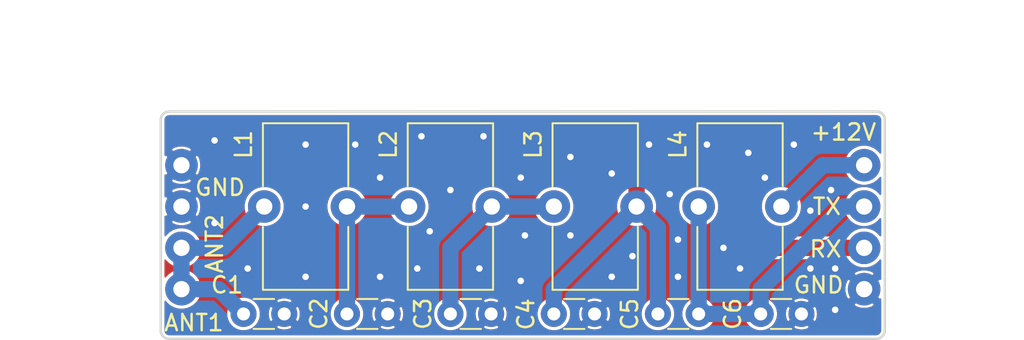
<source format=kicad_pcb>
(kicad_pcb (version 20171130) (host pcbnew "(5.1.12)-1")

  (general
    (thickness 1.6)
    (drawings 12)
    (tracks 66)
    (zones 0)
    (modules 18)
    (nets 8)
  )

  (page A4)
  (layers
    (0 F.Cu signal)
    (31 B.Cu signal)
    (32 B.Adhes user)
    (33 F.Adhes user)
    (34 B.Paste user)
    (35 F.Paste user)
    (36 B.SilkS user)
    (37 F.SilkS user)
    (38 B.Mask user)
    (39 F.Mask user)
    (40 Dwgs.User user)
    (41 Cmts.User user)
    (42 Eco1.User user)
    (43 Eco2.User user)
    (44 Edge.Cuts user)
    (45 Margin user)
    (46 B.CrtYd user)
    (47 F.CrtYd user)
    (48 B.Fab user)
    (49 F.Fab user hide)
  )

  (setup
    (last_trace_width 1)
    (user_trace_width 0.1)
    (user_trace_width 0.2)
    (user_trace_width 0.5)
    (user_trace_width 1)
    (trace_clearance 0.2)
    (zone_clearance 0.508)
    (zone_45_only no)
    (trace_min 0.1)
    (via_size 0.8)
    (via_drill 0.4)
    (via_min_size 0.45)
    (via_min_drill 0.2)
    (user_via 0.45 0.2)
    (user_via 0.8 0.4)
    (uvia_size 0.3)
    (uvia_drill 0.1)
    (uvias_allowed no)
    (uvia_min_size 0.2)
    (uvia_min_drill 0.1)
    (edge_width 0.1)
    (segment_width 0.1)
    (pcb_text_width 0.3)
    (pcb_text_size 1.5 1.5)
    (mod_edge_width 0.1)
    (mod_text_size 0.8 0.8)
    (mod_text_width 0.1)
    (pad_size 2 2)
    (pad_drill 1)
    (pad_to_mask_clearance 0)
    (solder_mask_min_width 0.1)
    (aux_axis_origin 0 0)
    (visible_elements 7FFFFFFF)
    (pcbplotparams
      (layerselection 0x010fc_ffffffff)
      (usegerberextensions false)
      (usegerberattributes true)
      (usegerberadvancedattributes true)
      (creategerberjobfile true)
      (excludeedgelayer true)
      (linewidth 0.100000)
      (plotframeref false)
      (viasonmask false)
      (mode 1)
      (useauxorigin false)
      (hpglpennumber 1)
      (hpglpenspeed 20)
      (hpglpendiameter 15.000000)
      (psnegative false)
      (psa4output false)
      (plotreference true)
      (plotvalue true)
      (plotinvisibletext false)
      (padsonsilk false)
      (subtractmaskfromsilk false)
      (outputformat 1)
      (mirror false)
      (drillshape 1)
      (scaleselection 1)
      (outputdirectory ""))
  )

  (net 0 "")
  (net 1 GND)
  (net 2 "Net-(C1-Pad1)")
  (net 3 "Net-(C2-Pad1)")
  (net 4 "Net-(C3-Pad1)")
  (net 5 "Net-(C4-Pad1)")
  (net 6 "Net-(C5-Pad1)")
  (net 7 "Net-(L4-Pad2)")

  (net_class Default "This is the default net class."
    (clearance 0.2)
    (trace_width 0.25)
    (via_dia 0.8)
    (via_drill 0.4)
    (uvia_dia 0.3)
    (uvia_drill 0.1)
    (add_net GND)
    (add_net "Net-(C1-Pad1)")
    (add_net "Net-(C2-Pad1)")
    (add_net "Net-(C3-Pad1)")
    (add_net "Net-(C4-Pad1)")
    (add_net "Net-(C5-Pad1)")
    (add_net "Net-(L4-Pad2)")
  )

  (module Capacitor_THT:C_Disc_D3.0mm_W1.6mm_P2.50mm (layer F.Cu) (tedit 5AE50EF0) (tstamp 61C9184C)
    (at 91.44 45.466)
    (descr "C, Disc series, Radial, pin pitch=2.50mm, , diameter*width=3.0*1.6mm^2, Capacitor, http://www.vishay.com/docs/45233/krseries.pdf")
    (tags "C Disc series Radial pin pitch 2.50mm  diameter 3.0mm width 1.6mm Capacitor")
    (path /61C980C2)
    (fp_text reference C6 (at -1.723313 -0.000001 90) (layer F.SilkS)
      (effects (font (size 1 1) (thickness 0.15)))
    )
    (fp_text value " " (at 1.25 2.05) (layer F.Fab)
      (effects (font (size 1 1) (thickness 0.15)))
    )
    (fp_text user %R (at 1.25 0) (layer F.Fab)
      (effects (font (size 0.6 0.6) (thickness 0.09)))
    )
    (fp_line (start -0.25 -0.8) (end -0.25 0.8) (layer F.Fab) (width 0.1))
    (fp_line (start -0.25 0.8) (end 2.75 0.8) (layer F.Fab) (width 0.1))
    (fp_line (start 2.75 0.8) (end 2.75 -0.8) (layer F.Fab) (width 0.1))
    (fp_line (start 2.75 -0.8) (end -0.25 -0.8) (layer F.Fab) (width 0.1))
    (fp_line (start 0.621 -0.92) (end 1.879 -0.92) (layer F.SilkS) (width 0.12))
    (fp_line (start 0.621 0.92) (end 1.879 0.92) (layer F.SilkS) (width 0.12))
    (fp_line (start -1.05 -1.05) (end -1.05 1.05) (layer F.CrtYd) (width 0.05))
    (fp_line (start -1.05 1.05) (end 3.55 1.05) (layer F.CrtYd) (width 0.05))
    (fp_line (start 3.55 1.05) (end 3.55 -1.05) (layer F.CrtYd) (width 0.05))
    (fp_line (start 3.55 -1.05) (end -1.05 -1.05) (layer F.CrtYd) (width 0.05))
    (pad 2 thru_hole circle (at 2.5 0) (size 1.6 1.6) (drill 0.8) (layers *.Cu *.Mask)
      (net 1 GND))
    (pad 1 thru_hole circle (at 0 0) (size 1.6 1.6) (drill 0.8) (layers *.Cu *.Mask)
      (net 6 "Net-(C5-Pad1)"))
    (model ${KISYS3DMOD}/Capacitor_THT.3dshapes/C_Disc_D3.0mm_W1.6mm_P2.50mm.wrl
      (at (xyz 0 0 0))
      (scale (xyz 1 1 1))
      (rotate (xyz 0 0 0))
    )
  )

  (module Capacitor_THT:C_Disc_D3.0mm_W1.6mm_P2.50mm (layer F.Cu) (tedit 5AE50EF0) (tstamp 61C9D30A)
    (at 87.63 45.466 180)
    (descr "C, Disc series, Radial, pin pitch=2.50mm, , diameter*width=3.0*1.6mm^2, Capacitor, http://www.vishay.com/docs/45233/krseries.pdf")
    (tags "C Disc series Radial pin pitch 2.50mm  diameter 3.0mm width 1.6mm Capacitor")
    (path /61C9700C)
    (fp_text reference C5 (at 4.232955 -0.011772 90) (layer F.SilkS)
      (effects (font (size 1 1) (thickness 0.15)))
    )
    (fp_text value " " (at 1.25 2.05) (layer F.Fab)
      (effects (font (size 1 1) (thickness 0.15)))
    )
    (fp_text user %R (at 1.25 0) (layer F.Fab)
      (effects (font (size 0.6 0.6) (thickness 0.09)))
    )
    (fp_line (start -0.25 -0.8) (end -0.25 0.8) (layer F.Fab) (width 0.1))
    (fp_line (start -0.25 0.8) (end 2.75 0.8) (layer F.Fab) (width 0.1))
    (fp_line (start 2.75 0.8) (end 2.75 -0.8) (layer F.Fab) (width 0.1))
    (fp_line (start 2.75 -0.8) (end -0.25 -0.8) (layer F.Fab) (width 0.1))
    (fp_line (start 0.621 -0.92) (end 1.879 -0.92) (layer F.SilkS) (width 0.12))
    (fp_line (start 0.621 0.92) (end 1.879 0.92) (layer F.SilkS) (width 0.12))
    (fp_line (start -1.05 -1.05) (end -1.05 1.05) (layer F.CrtYd) (width 0.05))
    (fp_line (start -1.05 1.05) (end 3.55 1.05) (layer F.CrtYd) (width 0.05))
    (fp_line (start 3.55 1.05) (end 3.55 -1.05) (layer F.CrtYd) (width 0.05))
    (fp_line (start 3.55 -1.05) (end -1.05 -1.05) (layer F.CrtYd) (width 0.05))
    (pad 2 thru_hole circle (at 2.5 0 180) (size 1.6 1.6) (drill 0.8) (layers *.Cu *.Mask)
      (net 5 "Net-(C4-Pad1)"))
    (pad 1 thru_hole circle (at 0 0 180) (size 1.6 1.6) (drill 0.8) (layers *.Cu *.Mask)
      (net 6 "Net-(C5-Pad1)"))
    (model ${KISYS3DMOD}/Capacitor_THT.3dshapes/C_Disc_D3.0mm_W1.6mm_P2.50mm.wrl
      (at (xyz 0 0 0))
      (scale (xyz 1 1 1))
      (rotate (xyz 0 0 0))
    )
  )

  (module Capacitor_THT:C_Disc_D3.0mm_W1.6mm_P2.50mm (layer F.Cu) (tedit 5AE50EF0) (tstamp 61C91798)
    (at 78.74 45.466)
    (descr "C, Disc series, Radial, pin pitch=2.50mm, , diameter*width=3.0*1.6mm^2, Capacitor, http://www.vishay.com/docs/45233/krseries.pdf")
    (tags "C Disc series Radial pin pitch 2.50mm  diameter 3.0mm width 1.6mm Capacitor")
    (path /61C920D4)
    (fp_text reference C4 (at -1.7136 0.020402 90) (layer F.SilkS)
      (effects (font (size 1 1) (thickness 0.15)))
    )
    (fp_text value " " (at 1.25 2.05) (layer F.Fab)
      (effects (font (size 1 1) (thickness 0.15)))
    )
    (fp_text user %R (at 1.25 0) (layer F.Fab)
      (effects (font (size 0.6 0.6) (thickness 0.09)))
    )
    (fp_line (start -0.25 -0.8) (end -0.25 0.8) (layer F.Fab) (width 0.1))
    (fp_line (start -0.25 0.8) (end 2.75 0.8) (layer F.Fab) (width 0.1))
    (fp_line (start 2.75 0.8) (end 2.75 -0.8) (layer F.Fab) (width 0.1))
    (fp_line (start 2.75 -0.8) (end -0.25 -0.8) (layer F.Fab) (width 0.1))
    (fp_line (start 0.621 -0.92) (end 1.879 -0.92) (layer F.SilkS) (width 0.12))
    (fp_line (start 0.621 0.92) (end 1.879 0.92) (layer F.SilkS) (width 0.12))
    (fp_line (start -1.05 -1.05) (end -1.05 1.05) (layer F.CrtYd) (width 0.05))
    (fp_line (start -1.05 1.05) (end 3.55 1.05) (layer F.CrtYd) (width 0.05))
    (fp_line (start 3.55 1.05) (end 3.55 -1.05) (layer F.CrtYd) (width 0.05))
    (fp_line (start 3.55 -1.05) (end -1.05 -1.05) (layer F.CrtYd) (width 0.05))
    (pad 2 thru_hole circle (at 2.5 0) (size 1.6 1.6) (drill 0.8) (layers *.Cu *.Mask)
      (net 1 GND))
    (pad 1 thru_hole circle (at 0 0) (size 1.6 1.6) (drill 0.8) (layers *.Cu *.Mask)
      (net 5 "Net-(C4-Pad1)"))
    (model ${KISYS3DMOD}/Capacitor_THT.3dshapes/C_Disc_D3.0mm_W1.6mm_P2.50mm.wrl
      (at (xyz 0 0 0))
      (scale (xyz 1 1 1))
      (rotate (xyz 0 0 0))
    )
  )

  (module Capacitor_THT:C_Disc_D3.0mm_W1.6mm_P2.50mm (layer F.Cu) (tedit 5AE50EF0) (tstamp 61C9175C)
    (at 72.39 45.466)
    (descr "C, Disc series, Radial, pin pitch=2.50mm, , diameter*width=3.0*1.6mm^2, Capacitor, http://www.vishay.com/docs/45233/krseries.pdf")
    (tags "C Disc series Radial pin pitch 2.50mm  diameter 3.0mm width 1.6mm Capacitor")
    (path /61C904BF)
    (fp_text reference C3 (at -1.687268 -0.007348 90) (layer F.SilkS)
      (effects (font (size 1 1) (thickness 0.15)))
    )
    (fp_text value " " (at 1.25 2.05) (layer F.Fab)
      (effects (font (size 1 1) (thickness 0.15)))
    )
    (fp_text user %R (at 1.25 0) (layer F.Fab)
      (effects (font (size 0.6 0.6) (thickness 0.09)))
    )
    (fp_line (start -0.25 -0.8) (end -0.25 0.8) (layer F.Fab) (width 0.1))
    (fp_line (start -0.25 0.8) (end 2.75 0.8) (layer F.Fab) (width 0.1))
    (fp_line (start 2.75 0.8) (end 2.75 -0.8) (layer F.Fab) (width 0.1))
    (fp_line (start 2.75 -0.8) (end -0.25 -0.8) (layer F.Fab) (width 0.1))
    (fp_line (start 0.621 -0.92) (end 1.879 -0.92) (layer F.SilkS) (width 0.12))
    (fp_line (start 0.621 0.92) (end 1.879 0.92) (layer F.SilkS) (width 0.12))
    (fp_line (start -1.05 -1.05) (end -1.05 1.05) (layer F.CrtYd) (width 0.05))
    (fp_line (start -1.05 1.05) (end 3.55 1.05) (layer F.CrtYd) (width 0.05))
    (fp_line (start 3.55 1.05) (end 3.55 -1.05) (layer F.CrtYd) (width 0.05))
    (fp_line (start 3.55 -1.05) (end -1.05 -1.05) (layer F.CrtYd) (width 0.05))
    (pad 2 thru_hole circle (at 2.5 0) (size 1.6 1.6) (drill 0.8) (layers *.Cu *.Mask)
      (net 1 GND))
    (pad 1 thru_hole circle (at 0 0) (size 1.6 1.6) (drill 0.8) (layers *.Cu *.Mask)
      (net 4 "Net-(C3-Pad1)"))
    (model ${KISYS3DMOD}/Capacitor_THT.3dshapes/C_Disc_D3.0mm_W1.6mm_P2.50mm.wrl
      (at (xyz 0 0 0))
      (scale (xyz 1 1 1))
      (rotate (xyz 0 0 0))
    )
  )

  (module Capacitor_THT:C_Disc_D3.0mm_W1.6mm_P2.50mm (layer F.Cu) (tedit 5AE50EF0) (tstamp 61C9CA34)
    (at 66.04 45.466)
    (descr "C, Disc series, Radial, pin pitch=2.50mm, , diameter*width=3.0*1.6mm^2, Capacitor, http://www.vishay.com/docs/45233/krseries.pdf")
    (tags "C Disc series Radial pin pitch 2.50mm  diameter 3.0mm width 1.6mm Capacitor")
    (path /61C8DB67)
    (fp_text reference C2 (at -1.72579 -0.007734 90) (layer F.SilkS)
      (effects (font (size 1 1) (thickness 0.15)))
    )
    (fp_text value 390pF (at 1.25 2.05) (layer F.Fab)
      (effects (font (size 1 1) (thickness 0.15)))
    )
    (fp_text user %R (at 1.25 0) (layer F.Fab)
      (effects (font (size 0.6 0.6) (thickness 0.09)))
    )
    (fp_line (start -0.25 -0.8) (end -0.25 0.8) (layer F.Fab) (width 0.1))
    (fp_line (start -0.25 0.8) (end 2.75 0.8) (layer F.Fab) (width 0.1))
    (fp_line (start 2.75 0.8) (end 2.75 -0.8) (layer F.Fab) (width 0.1))
    (fp_line (start 2.75 -0.8) (end -0.25 -0.8) (layer F.Fab) (width 0.1))
    (fp_line (start 0.621 -0.92) (end 1.879 -0.92) (layer F.SilkS) (width 0.12))
    (fp_line (start 0.621 0.92) (end 1.879 0.92) (layer F.SilkS) (width 0.12))
    (fp_line (start -1.05 -1.05) (end -1.05 1.05) (layer F.CrtYd) (width 0.05))
    (fp_line (start -1.05 1.05) (end 3.55 1.05) (layer F.CrtYd) (width 0.05))
    (fp_line (start 3.55 1.05) (end 3.55 -1.05) (layer F.CrtYd) (width 0.05))
    (fp_line (start 3.55 -1.05) (end -1.05 -1.05) (layer F.CrtYd) (width 0.05))
    (pad 2 thru_hole circle (at 2.5 0) (size 1.6 1.6) (drill 0.8) (layers *.Cu *.Mask)
      (net 1 GND))
    (pad 1 thru_hole circle (at 0 0) (size 1.6 1.6) (drill 0.8) (layers *.Cu *.Mask)
      (net 3 "Net-(C2-Pad1)"))
    (model ${KISYS3DMOD}/Capacitor_THT.3dshapes/C_Disc_D3.0mm_W1.6mm_P2.50mm.wrl
      (at (xyz 0 0 0))
      (scale (xyz 1 1 1))
      (rotate (xyz 0 0 0))
    )
  )

  (module Capacitor_THT:C_Disc_D3.0mm_W1.6mm_P2.50mm (layer F.Cu) (tedit 5AE50EF0) (tstamp 61C91FC2)
    (at 59.69 45.466)
    (descr "C, Disc series, Radial, pin pitch=2.50mm, , diameter*width=3.0*1.6mm^2, Capacitor, http://www.vishay.com/docs/45233/krseries.pdf")
    (tags "C Disc series Radial pin pitch 2.50mm  diameter 3.0mm width 1.6mm Capacitor")
    (path /61C8D39B)
    (fp_text reference C1 (at -1.016 -1.778 180) (layer F.SilkS)
      (effects (font (size 1 1) (thickness 0.15)))
    )
    (fp_text value 180pF (at 1.25 2.05) (layer F.Fab)
      (effects (font (size 1 1) (thickness 0.15)))
    )
    (fp_text user %R (at 1.25 0) (layer F.Fab)
      (effects (font (size 0.6 0.6) (thickness 0.09)))
    )
    (fp_line (start -0.25 -0.8) (end -0.25 0.8) (layer F.Fab) (width 0.1))
    (fp_line (start -0.25 0.8) (end 2.75 0.8) (layer F.Fab) (width 0.1))
    (fp_line (start 2.75 0.8) (end 2.75 -0.8) (layer F.Fab) (width 0.1))
    (fp_line (start 2.75 -0.8) (end -0.25 -0.8) (layer F.Fab) (width 0.1))
    (fp_line (start 0.621 -0.92) (end 1.879 -0.92) (layer F.SilkS) (width 0.12))
    (fp_line (start 0.621 0.92) (end 1.879 0.92) (layer F.SilkS) (width 0.12))
    (fp_line (start -1.05 -1.05) (end -1.05 1.05) (layer F.CrtYd) (width 0.05))
    (fp_line (start -1.05 1.05) (end 3.55 1.05) (layer F.CrtYd) (width 0.05))
    (fp_line (start 3.55 1.05) (end 3.55 -1.05) (layer F.CrtYd) (width 0.05))
    (fp_line (start 3.55 -1.05) (end -1.05 -1.05) (layer F.CrtYd) (width 0.05))
    (pad 2 thru_hole circle (at 2.5 0) (size 1.6 1.6) (drill 0.8) (layers *.Cu *.Mask)
      (net 1 GND))
    (pad 1 thru_hole circle (at 0 0) (size 1.6 1.6) (drill 0.8) (layers *.Cu *.Mask)
      (net 2 "Net-(C1-Pad1)"))
    (model ${KISYS3DMOD}/Capacitor_THT.3dshapes/C_Disc_D3.0mm_W1.6mm_P2.50mm.wrl
      (at (xyz 0 0 0))
      (scale (xyz 1 1 1))
      (rotate (xyz 0 0 0))
    )
  )

  (module Inductor_THT:L_Toroid_Vertical_L10.0mm_W5.0mm_P5.08mm (layer F.Cu) (tedit 5AE59B06) (tstamp 61C8F1ED)
    (at 87.63 38.862 90)
    (descr "L_Toroid, Vertical series, Radial, pin pitch=5.08mm, , length*width=10*5mm^2")
    (tags "L_Toroid Vertical series Radial pin pitch 5.08mm  length 10mm width 5mm")
    (path /61C988B3)
    (fp_text reference L4 (at 3.81 -1.27 270) (layer F.SilkS)
      (effects (font (size 1 1) (thickness 0.15)))
    )
    (fp_text value " " (at 0 7.33 90) (layer F.Fab)
      (effects (font (size 1 1) (thickness 0.15)))
    )
    (fp_line (start 5.25 -1.25) (end -5.25 -1.25) (layer F.CrtYd) (width 0.05))
    (fp_line (start 5.25 6.33) (end 5.25 -1.25) (layer F.CrtYd) (width 0.05))
    (fp_line (start -5.25 6.33) (end 5.25 6.33) (layer F.CrtYd) (width 0.05))
    (fp_line (start -5.25 -1.25) (end -5.25 6.33) (layer F.CrtYd) (width 0.05))
    (fp_line (start 5.12 -0.08) (end 5.12 5.16) (layer F.SilkS) (width 0.12))
    (fp_line (start -5.12 -0.08) (end -5.12 5.16) (layer F.SilkS) (width 0.12))
    (fp_line (start 1.255 5.16) (end 5.12 5.16) (layer F.SilkS) (width 0.12))
    (fp_line (start -5.12 5.16) (end -1.255 5.16) (layer F.SilkS) (width 0.12))
    (fp_line (start 1.255 -0.08) (end 5.12 -0.08) (layer F.SilkS) (width 0.12))
    (fp_line (start -5.12 -0.08) (end -1.255 -0.08) (layer F.SilkS) (width 0.12))
    (fp_line (start 3.2 0) (end 3.6 5.08) (layer F.Fab) (width 0.1))
    (fp_line (start 2.4 0) (end 2.8 5.08) (layer F.Fab) (width 0.1))
    (fp_line (start 1.6 0) (end 2 5.08) (layer F.Fab) (width 0.1))
    (fp_line (start 0.8 0) (end 1.2 5.08) (layer F.Fab) (width 0.1))
    (fp_line (start 0 0) (end 0.4 5.08) (layer F.Fab) (width 0.1))
    (fp_line (start -0.8 0) (end -0.4 5.08) (layer F.Fab) (width 0.1))
    (fp_line (start -1.6 0) (end -1.2 5.08) (layer F.Fab) (width 0.1))
    (fp_line (start -2.4 0) (end -2 5.08) (layer F.Fab) (width 0.1))
    (fp_line (start -3.2 0) (end -2.8 5.08) (layer F.Fab) (width 0.1))
    (fp_line (start -4 0) (end -3.6 5.08) (layer F.Fab) (width 0.1))
    (fp_line (start 4 0) (end -4 0) (layer F.Fab) (width 0.1))
    (fp_line (start 4 5.08) (end 4 0) (layer F.Fab) (width 0.1))
    (fp_line (start -4 5.08) (end 4 5.08) (layer F.Fab) (width 0.1))
    (fp_line (start -4 0) (end -4 5.08) (layer F.Fab) (width 0.1))
    (fp_line (start 5 0.04) (end -5 0.04) (layer F.Fab) (width 0.1))
    (fp_line (start 5 5.04) (end 5 0.04) (layer F.Fab) (width 0.1))
    (fp_line (start -5 5.04) (end 5 5.04) (layer F.Fab) (width 0.1))
    (fp_line (start -5 0.04) (end -5 5.04) (layer F.Fab) (width 0.1))
    (fp_text user %R (at 2.54 0 90) (layer F.Fab)
      (effects (font (size 1 1) (thickness 0.15)))
    )
    (pad 2 thru_hole circle (at 0 5.08 90) (size 2 2) (drill 1) (layers *.Cu *.Mask)
      (net 7 "Net-(L4-Pad2)"))
    (pad 1 thru_hole circle (at 0 0 90) (size 2 2) (drill 1) (layers *.Cu *.Mask)
      (net 6 "Net-(C5-Pad1)"))
    (model ${KISYS3DMOD}/Inductor_THT.3dshapes/L_Toroid_Vertical_L10.0mm_W5.0mm_P5.08mm.wrl
      (at (xyz 0 0 0))
      (scale (xyz 1 1 1))
      (rotate (xyz 0 0 0))
    )
  )

  (module Inductor_THT:L_Toroid_Vertical_L10.0mm_W5.0mm_P5.08mm (layer F.Cu) (tedit 5AE59B06) (tstamp 61C8F1D0)
    (at 78.74 38.862 90)
    (descr "L_Toroid, Vertical series, Radial, pin pitch=5.08mm, , length*width=10*5mm^2")
    (tags "L_Toroid Vertical series Radial pin pitch 5.08mm  length 10mm width 5mm")
    (path /61C9245E)
    (fp_text reference L3 (at 3.81 -1.27 270) (layer F.SilkS)
      (effects (font (size 1 1) (thickness 0.15)))
    )
    (fp_text value "T37-6 (16T)" (at 0 7.33 90) (layer F.Fab)
      (effects (font (size 1 1) (thickness 0.15)))
    )
    (fp_line (start 5.25 -1.25) (end -5.25 -1.25) (layer F.CrtYd) (width 0.05))
    (fp_line (start 5.25 6.33) (end 5.25 -1.25) (layer F.CrtYd) (width 0.05))
    (fp_line (start -5.25 6.33) (end 5.25 6.33) (layer F.CrtYd) (width 0.05))
    (fp_line (start -5.25 -1.25) (end -5.25 6.33) (layer F.CrtYd) (width 0.05))
    (fp_line (start 5.12 -0.08) (end 5.12 5.16) (layer F.SilkS) (width 0.12))
    (fp_line (start -5.12 -0.08) (end -5.12 5.16) (layer F.SilkS) (width 0.12))
    (fp_line (start 1.255 5.16) (end 5.12 5.16) (layer F.SilkS) (width 0.12))
    (fp_line (start -5.12 5.16) (end -1.255 5.16) (layer F.SilkS) (width 0.12))
    (fp_line (start 1.255 -0.08) (end 5.12 -0.08) (layer F.SilkS) (width 0.12))
    (fp_line (start -5.12 -0.08) (end -1.255 -0.08) (layer F.SilkS) (width 0.12))
    (fp_line (start 3.2 0) (end 3.6 5.08) (layer F.Fab) (width 0.1))
    (fp_line (start 2.4 0) (end 2.8 5.08) (layer F.Fab) (width 0.1))
    (fp_line (start 1.6 0) (end 2 5.08) (layer F.Fab) (width 0.1))
    (fp_line (start 0.8 0) (end 1.2 5.08) (layer F.Fab) (width 0.1))
    (fp_line (start 0 0) (end 0.4 5.08) (layer F.Fab) (width 0.1))
    (fp_line (start -0.8 0) (end -0.4 5.08) (layer F.Fab) (width 0.1))
    (fp_line (start -1.6 0) (end -1.2 5.08) (layer F.Fab) (width 0.1))
    (fp_line (start -2.4 0) (end -2 5.08) (layer F.Fab) (width 0.1))
    (fp_line (start -3.2 0) (end -2.8 5.08) (layer F.Fab) (width 0.1))
    (fp_line (start -4 0) (end -3.6 5.08) (layer F.Fab) (width 0.1))
    (fp_line (start 4 0) (end -4 0) (layer F.Fab) (width 0.1))
    (fp_line (start 4 5.08) (end 4 0) (layer F.Fab) (width 0.1))
    (fp_line (start -4 5.08) (end 4 5.08) (layer F.Fab) (width 0.1))
    (fp_line (start -4 0) (end -4 5.08) (layer F.Fab) (width 0.1))
    (fp_line (start 5 0.04) (end -5 0.04) (layer F.Fab) (width 0.1))
    (fp_line (start 5 5.04) (end 5 0.04) (layer F.Fab) (width 0.1))
    (fp_line (start -5 5.04) (end 5 5.04) (layer F.Fab) (width 0.1))
    (fp_line (start -5 0.04) (end -5 5.04) (layer F.Fab) (width 0.1))
    (fp_text user %R (at 2.54 0 90) (layer F.Fab)
      (effects (font (size 1 1) (thickness 0.15)))
    )
    (pad 2 thru_hole circle (at 0 5.08 90) (size 2 2) (drill 1) (layers *.Cu *.Mask)
      (net 5 "Net-(C4-Pad1)"))
    (pad 1 thru_hole circle (at 0 0 90) (size 2 2) (drill 1) (layers *.Cu *.Mask)
      (net 4 "Net-(C3-Pad1)"))
    (model ${KISYS3DMOD}/Inductor_THT.3dshapes/L_Toroid_Vertical_L10.0mm_W5.0mm_P5.08mm.wrl
      (at (xyz 0 0 0))
      (scale (xyz 1 1 1))
      (rotate (xyz 0 0 0))
    )
  )

  (module Inductor_THT:L_Toroid_Vertical_L10.0mm_W5.0mm_P5.08mm (layer F.Cu) (tedit 5AE59B06) (tstamp 61C91CE9)
    (at 69.85 38.862 90)
    (descr "L_Toroid, Vertical series, Radial, pin pitch=5.08mm, , length*width=10*5mm^2")
    (tags "L_Toroid Vertical series Radial pin pitch 5.08mm  length 10mm width 5mm")
    (path /61C908F9)
    (fp_text reference L2 (at 3.81 -1.27 270) (layer F.SilkS)
      (effects (font (size 1 1) (thickness 0.15)))
    )
    (fp_text value "T37-6 (17T)" (at 0 7.33 90) (layer F.Fab)
      (effects (font (size 1 1) (thickness 0.15)))
    )
    (fp_line (start 5.25 -1.25) (end -5.25 -1.25) (layer F.CrtYd) (width 0.05))
    (fp_line (start 5.25 6.33) (end 5.25 -1.25) (layer F.CrtYd) (width 0.05))
    (fp_line (start -5.25 6.33) (end 5.25 6.33) (layer F.CrtYd) (width 0.05))
    (fp_line (start -5.25 -1.25) (end -5.25 6.33) (layer F.CrtYd) (width 0.05))
    (fp_line (start 5.12 -0.08) (end 5.12 5.16) (layer F.SilkS) (width 0.12))
    (fp_line (start -5.12 -0.08) (end -5.12 5.16) (layer F.SilkS) (width 0.12))
    (fp_line (start 1.255 5.16) (end 5.12 5.16) (layer F.SilkS) (width 0.12))
    (fp_line (start -5.12 5.16) (end -1.255 5.16) (layer F.SilkS) (width 0.12))
    (fp_line (start 1.255 -0.08) (end 5.12 -0.08) (layer F.SilkS) (width 0.12))
    (fp_line (start -5.12 -0.08) (end -1.255 -0.08) (layer F.SilkS) (width 0.12))
    (fp_line (start 3.2 0) (end 3.6 5.08) (layer F.Fab) (width 0.1))
    (fp_line (start 2.4 0) (end 2.8 5.08) (layer F.Fab) (width 0.1))
    (fp_line (start 1.6 0) (end 2 5.08) (layer F.Fab) (width 0.1))
    (fp_line (start 0.8 0) (end 1.2 5.08) (layer F.Fab) (width 0.1))
    (fp_line (start 0 0) (end 0.4 5.08) (layer F.Fab) (width 0.1))
    (fp_line (start -0.8 0) (end -0.4 5.08) (layer F.Fab) (width 0.1))
    (fp_line (start -1.6 0) (end -1.2 5.08) (layer F.Fab) (width 0.1))
    (fp_line (start -2.4 0) (end -2 5.08) (layer F.Fab) (width 0.1))
    (fp_line (start -3.2 0) (end -2.8 5.08) (layer F.Fab) (width 0.1))
    (fp_line (start -4 0) (end -3.6 5.08) (layer F.Fab) (width 0.1))
    (fp_line (start 4 0) (end -4 0) (layer F.Fab) (width 0.1))
    (fp_line (start 4 5.08) (end 4 0) (layer F.Fab) (width 0.1))
    (fp_line (start -4 5.08) (end 4 5.08) (layer F.Fab) (width 0.1))
    (fp_line (start -4 0) (end -4 5.08) (layer F.Fab) (width 0.1))
    (fp_line (start 5 0.04) (end -5 0.04) (layer F.Fab) (width 0.1))
    (fp_line (start 5 5.04) (end 5 0.04) (layer F.Fab) (width 0.1))
    (fp_line (start -5 5.04) (end 5 5.04) (layer F.Fab) (width 0.1))
    (fp_line (start -5 0.04) (end -5 5.04) (layer F.Fab) (width 0.1))
    (fp_text user %R (at 2.54 0 90) (layer F.Fab)
      (effects (font (size 1 1) (thickness 0.15)))
    )
    (pad 2 thru_hole circle (at 0 5.08 90) (size 2 2) (drill 1) (layers *.Cu *.Mask)
      (net 4 "Net-(C3-Pad1)"))
    (pad 1 thru_hole circle (at 0 0 90) (size 2 2) (drill 1) (layers *.Cu *.Mask)
      (net 3 "Net-(C2-Pad1)"))
    (model ${KISYS3DMOD}/Inductor_THT.3dshapes/L_Toroid_Vertical_L10.0mm_W5.0mm_P5.08mm.wrl
      (at (xyz 0 0 0))
      (scale (xyz 1 1 1))
      (rotate (xyz 0 0 0))
    )
  )

  (module Inductor_THT:L_Toroid_Vertical_L10.0mm_W5.0mm_P5.08mm (layer F.Cu) (tedit 5AE59B06) (tstamp 61C8F196)
    (at 60.96 38.862 90)
    (descr "L_Toroid, Vertical series, Radial, pin pitch=5.08mm, , length*width=10*5mm^2")
    (tags "L_Toroid Vertical series Radial pin pitch 5.08mm  length 10mm width 5mm")
    (path /61C8E10C)
    (fp_text reference L1 (at 3.81 -1.27 270) (layer F.SilkS)
      (effects (font (size 1 1) (thickness 0.15)))
    )
    (fp_text value "T37-6 (16T)" (at 0 7.33 90) (layer F.Fab)
      (effects (font (size 1 1) (thickness 0.15)))
    )
    (fp_line (start 5.25 -1.25) (end -5.25 -1.25) (layer F.CrtYd) (width 0.05))
    (fp_line (start 5.25 6.33) (end 5.25 -1.25) (layer F.CrtYd) (width 0.05))
    (fp_line (start -5.25 6.33) (end 5.25 6.33) (layer F.CrtYd) (width 0.05))
    (fp_line (start -5.25 -1.25) (end -5.25 6.33) (layer F.CrtYd) (width 0.05))
    (fp_line (start 5.12 -0.08) (end 5.12 5.16) (layer F.SilkS) (width 0.12))
    (fp_line (start -5.12 -0.08) (end -5.12 5.16) (layer F.SilkS) (width 0.12))
    (fp_line (start 1.255 5.16) (end 5.12 5.16) (layer F.SilkS) (width 0.12))
    (fp_line (start -5.12 5.16) (end -1.255 5.16) (layer F.SilkS) (width 0.12))
    (fp_line (start 1.255 -0.08) (end 5.12 -0.08) (layer F.SilkS) (width 0.12))
    (fp_line (start -5.12 -0.08) (end -1.255 -0.08) (layer F.SilkS) (width 0.12))
    (fp_line (start 3.2 0) (end 3.6 5.08) (layer F.Fab) (width 0.1))
    (fp_line (start 2.4 0) (end 2.8 5.08) (layer F.Fab) (width 0.1))
    (fp_line (start 1.6 0) (end 2 5.08) (layer F.Fab) (width 0.1))
    (fp_line (start 0.8 0) (end 1.2 5.08) (layer F.Fab) (width 0.1))
    (fp_line (start 0 0) (end 0.4 5.08) (layer F.Fab) (width 0.1))
    (fp_line (start -0.8 0) (end -0.4 5.08) (layer F.Fab) (width 0.1))
    (fp_line (start -1.6 0) (end -1.2 5.08) (layer F.Fab) (width 0.1))
    (fp_line (start -2.4 0) (end -2 5.08) (layer F.Fab) (width 0.1))
    (fp_line (start -3.2 0) (end -2.8 5.08) (layer F.Fab) (width 0.1))
    (fp_line (start -4 0) (end -3.6 5.08) (layer F.Fab) (width 0.1))
    (fp_line (start 4 0) (end -4 0) (layer F.Fab) (width 0.1))
    (fp_line (start 4 5.08) (end 4 0) (layer F.Fab) (width 0.1))
    (fp_line (start -4 5.08) (end 4 5.08) (layer F.Fab) (width 0.1))
    (fp_line (start -4 0) (end -4 5.08) (layer F.Fab) (width 0.1))
    (fp_line (start 5 0.04) (end -5 0.04) (layer F.Fab) (width 0.1))
    (fp_line (start 5 5.04) (end 5 0.04) (layer F.Fab) (width 0.1))
    (fp_line (start -5 5.04) (end 5 5.04) (layer F.Fab) (width 0.1))
    (fp_line (start -5 0.04) (end -5 5.04) (layer F.Fab) (width 0.1))
    (fp_text user %R (at 2.54 0 90) (layer F.Fab)
      (effects (font (size 1 1) (thickness 0.15)))
    )
    (pad 2 thru_hole circle (at 0 5.08 90) (size 2 2) (drill 1) (layers *.Cu *.Mask)
      (net 3 "Net-(C2-Pad1)"))
    (pad 1 thru_hole circle (at 0 0 90) (size 2 2) (drill 1) (layers *.Cu *.Mask)
      (net 2 "Net-(C1-Pad1)"))
    (model ${KISYS3DMOD}/Inductor_THT.3dshapes/L_Toroid_Vertical_L10.0mm_W5.0mm_P5.08mm.wrl
      (at (xyz 0 0 0))
      (scale (xyz 1 1 1))
      (rotate (xyz 0 0 0))
    )
  )

  (module user_footprints:pin (layer F.Cu) (tedit 61C5CF15) (tstamp 61C9D193)
    (at 55.88 36.5252)
    (path /61C89ABD)
    (fp_text reference GND (at 2.365346 1.164703 180) (layer F.SilkS)
      (effects (font (size 1 1) (thickness 0.15)))
    )
    (fp_text value " " (at -2.54 -1.4732) (layer F.Fab)
      (effects (font (size 1 1) (thickness 0.15)))
    )
    (pad 1 thru_hole circle (at 0 -0.2032) (size 2 2) (drill 1) (layers *.Cu *.Mask)
      (net 1 GND))
  )

  (module user_footprints:pin (layer F.Cu) (tedit 61C5CF15) (tstamp 61C8F943)
    (at 55.88 39.0652)
    (path /61C8A0B1)
    (fp_text reference " " (at -2.54 -1.4732) (layer F.SilkS)
      (effects (font (size 1 1) (thickness 0.15)))
    )
    (fp_text value " " (at -2.54 -0.2032) (layer F.Fab)
      (effects (font (size 1 1) (thickness 0.15)))
    )
    (pad 1 thru_hole circle (at 0 -0.2032) (size 2 2) (drill 1) (layers *.Cu *.Mask)
      (net 1 GND))
  )

  (module user_footprints:pin (layer F.Cu) (tedit 61C5CF15) (tstamp 61C9D1FE)
    (at 55.88 41.6052)
    (path /61C88280)
    (fp_text reference ANT2 (at 2.032 -0.4572 90) (layer F.SilkS)
      (effects (font (size 1 1) (thickness 0.15)))
    )
    (fp_text value " " (at -5.08 -0.2032) (layer F.Fab)
      (effects (font (size 1 1) (thickness 0.15)))
    )
    (pad 1 thru_hole circle (at 0 -0.2032) (size 2 2) (drill 1) (layers *.Cu *.Mask)
      (net 2 "Net-(C1-Pad1)"))
  )

  (module user_footprints:pin (layer F.Cu) (tedit 61C5CF15) (tstamp 61C8F92B)
    (at 55.88 44.1452)
    (path /61C8943C)
    (fp_text reference ANT1 (at 0.765353 1.864672) (layer F.SilkS)
      (effects (font (size 1 1) (thickness 0.15)))
    )
    (fp_text value " " (at -3.81 -0.2032) (layer F.Fab)
      (effects (font (size 1 1) (thickness 0.15)))
    )
    (pad 1 thru_hole circle (at 0 -0.2032) (size 2 2) (drill 1) (layers *.Cu *.Mask)
      (net 2 "Net-(C1-Pad1)"))
  )

  (module user_footprints:pin (layer F.Cu) (tedit 61C9C077) (tstamp 61C8F206)
    (at 95.09 36.5252)
    (path /61C8CE61)
    (fp_text reference +12V (at 1.43 -2.2352) (layer F.SilkS)
      (effects (font (size 1 1) (thickness 0.15)))
    )
    (fp_text value " " (at -4.91 -1.3932) (layer F.Fab)
      (effects (font (size 1 1) (thickness 0.15)))
    )
    (pad 1 thru_hole circle (at 2.7 -0.2032) (size 2 2) (drill 1) (layers *.Cu *.Mask)
      (net 7 "Net-(L4-Pad2)"))
  )

  (module user_footprints:pin (layer F.Cu) (tedit 61C9C0DD) (tstamp 61C90024)
    (at 96.69 39.0652)
    (path /61C8CE5B)
    (fp_text reference TX (at -1.186 -0.2032) (layer F.SilkS)
      (effects (font (size 1 1) (thickness 0.15)))
    )
    (fp_text value TX (at -3.64 -0.1232) (layer F.Fab)
      (effects (font (size 1 1) (thickness 0.15)))
    )
    (pad 1 thru_hole circle (at 1.1 -0.2032) (size 2 2) (drill 1) (layers *.Cu *.Mask)
      (net 6 "Net-(C5-Pad1)"))
  )

  (module user_footprints:pin (layer F.Cu) (tedit 61C5CF15) (tstamp 61C8F210)
    (at 97.79 41.6052)
    (path /61C8CE6D)
    (fp_text reference RX (at -2.37 -0.1232) (layer F.SilkS)
      (effects (font (size 1 1) (thickness 0.15)))
    )
    (fp_text value " " (at -3.64 -0.1232) (layer F.Fab)
      (effects (font (size 1 1) (thickness 0.15)))
    )
    (pad 1 thru_hole circle (at 0 -0.2032) (size 2 2) (drill 1) (layers *.Cu *.Mask)
      (net 5 "Net-(C4-Pad1)"))
  )

  (module user_footprints:pin (layer F.Cu) (tedit 61C5CF15) (tstamp 61C8F215)
    (at 97.79 44.1452)
    (path /61C8CE67)
    (fp_text reference GND (at -2.794 -0.4572) (layer F.SilkS)
      (effects (font (size 1 1) (thickness 0.15)))
    )
    (fp_text value " " (at -2.37 -0.1232) (layer F.Fab)
      (effects (font (size 1 1) (thickness 0.15)))
    )
    (pad 1 thru_hole circle (at 0 -0.2032) (size 2 2) (drill 1) (layers *.Cu *.Mask)
      (net 1 GND))
  )

  (dimension 3.302 (width 0.1524) (layer Dwgs.User)
    (gr_text "3.302 mm" (at 48.4632 34.671 90) (layer Dwgs.User)
      (effects (font (size 1.016 1.016) (thickness 0.1524)))
    )
    (feature1 (pts (xy 55.88 33.02) (xy 49.197579 33.02)))
    (feature2 (pts (xy 55.88 36.322) (xy 49.197579 36.322)))
    (crossbar (pts (xy 49.784 36.322) (xy 49.784 33.02)))
    (arrow1a (pts (xy 49.784 33.02) (xy 50.370421 34.146504)))
    (arrow1b (pts (xy 49.784 33.02) (xy 49.197579 34.146504)))
    (arrow2a (pts (xy 49.784 36.322) (xy 50.370421 35.195496)))
    (arrow2b (pts (xy 49.784 36.322) (xy 49.197579 35.195496)))
  )
  (dimension 41.91 (width 0.1524) (layer Dwgs.User)
    (gr_text "41.910 mm" (at 76.835 30.1752) (layer Dwgs.User)
      (effects (font (size 1.016 1.016) (thickness 0.1524)))
    )
    (feature1 (pts (xy 55.88 36.322) (xy 55.88 30.909579)))
    (feature2 (pts (xy 97.79 36.322) (xy 97.79 30.909579)))
    (crossbar (pts (xy 97.79 31.496) (xy 55.88 31.496)))
    (arrow1a (pts (xy 55.88 31.496) (xy 57.006504 30.909579)))
    (arrow1b (pts (xy 55.88 31.496) (xy 57.006504 32.082421)))
    (arrow2a (pts (xy 97.79 31.496) (xy 96.663496 30.909579)))
    (arrow2b (pts (xy 97.79 31.496) (xy 96.663496 32.082421)))
  )
  (dimension 13.97 (width 0.1524) (layer Dwgs.User)
    (gr_text "13.970 mm" (at 106.2228 40.005 270) (layer Dwgs.User)
      (effects (font (size 1.016 1.016) (thickness 0.1524)))
    )
    (feature1 (pts (xy 99.06 46.99) (xy 105.488421 46.99)))
    (feature2 (pts (xy 99.06 33.02) (xy 105.488421 33.02)))
    (crossbar (pts (xy 104.902 33.02) (xy 104.902 46.99)))
    (arrow1a (pts (xy 104.902 46.99) (xy 104.315579 45.863496)))
    (arrow1b (pts (xy 104.902 46.99) (xy 105.488421 45.863496)))
    (arrow2a (pts (xy 104.902 33.02) (xy 104.315579 34.146504)))
    (arrow2b (pts (xy 104.902 33.02) (xy 105.488421 34.146504)))
  )
  (dimension 44.45 (width 0.1524) (layer Dwgs.User)
    (gr_text "44.450 mm" (at 76.835 26.8732) (layer Dwgs.User)
      (effects (font (size 1.016 1.016) (thickness 0.1524)))
    )
    (feature1 (pts (xy 99.06 33.02) (xy 99.06 27.607579)))
    (feature2 (pts (xy 54.61 33.02) (xy 54.61 27.607579)))
    (crossbar (pts (xy 54.61 28.194) (xy 99.06 28.194)))
    (arrow1a (pts (xy 99.06 28.194) (xy 97.933496 28.780421)))
    (arrow1b (pts (xy 99.06 28.194) (xy 97.933496 27.607579)))
    (arrow2a (pts (xy 54.61 28.194) (xy 55.736504 28.780421)))
    (arrow2b (pts (xy 54.61 28.194) (xy 55.736504 27.607579)))
  )
  (gr_arc (start 98.524461 46.461033) (end 98.552 47) (angle -84.83291075) (layer Edge.Cuts) (width 0.1524))
  (gr_arc (start 98.552 33.528) (end 99.06 33.528) (angle -90) (layer Edge.Cuts) (width 0.1524))
  (gr_arc (start 55.114932 46.494446) (end 54.61 46.482) (angle -91.75967902) (layer Edge.Cuts) (width 0.1524))
  (gr_arc (start 55.118 33.528) (end 55.118 33.02) (angle -90) (layer Edge.Cuts) (width 0.1524))
  (gr_line (start 98.552 33.02) (end 55.118 33.02) (layer Edge.Cuts) (width 0.15) (tstamp 61C903FB))
  (gr_line (start 99.06 46.482) (end 99.06 33.528) (layer Edge.Cuts) (width 0.15))
  (gr_line (start 55.118 47) (end 98.552 47) (layer Edge.Cuts) (width 0.15))
  (gr_line (start 54.61 33.528) (end 54.61 46.482) (layer Edge.Cuts) (width 0.15))

  (via (at 57.912 34.798) (size 0.8) (drill 0.4) (layers F.Cu B.Cu) (net 1))
  (via (at 66.548 35.052) (size 0.8) (drill 0.4) (layers F.Cu B.Cu) (net 1))
  (via (at 63.5 35.052) (size 0.8) (drill 0.4) (layers F.Cu B.Cu) (net 1))
  (via (at 59.944 42.672) (size 0.8) (drill 0.4) (layers F.Cu B.Cu) (net 1))
  (via (at 63.5 38.862) (size 0.8) (drill 0.4) (layers F.Cu B.Cu) (net 1))
  (via (at 63.5 43.18) (size 0.8) (drill 0.4) (layers F.Cu B.Cu) (net 1))
  (via (at 71.12 40.386) (size 0.8) (drill 0.4) (layers F.Cu B.Cu) (net 1))
  (via (at 72.39 37.846) (size 0.8) (drill 0.4) (layers F.Cu B.Cu) (net 1))
  (via (at 70.612 34.544) (size 0.8) (drill 0.4) (layers F.Cu B.Cu) (net 1))
  (via (at 74.422 34.544) (size 0.8) (drill 0.4) (layers F.Cu B.Cu) (net 1))
  (via (at 68.072 37.084) (size 0.8) (drill 0.4) (layers F.Cu B.Cu) (net 1))
  (via (at 70.358 42.672) (size 0.8) (drill 0.4) (layers F.Cu B.Cu) (net 1))
  (via (at 68.072 43.18) (size 0.8) (drill 0.4) (layers F.Cu B.Cu) (net 1))
  (via (at 74.168 42.672) (size 0.8) (drill 0.4) (layers F.Cu B.Cu) (net 1))
  (via (at 76.708 37.084) (size 0.8) (drill 0.4) (layers F.Cu B.Cu) (net 1))
  (via (at 76.962 40.64) (size 0.8) (drill 0.4) (layers F.Cu B.Cu) (net 1))
  (via (at 76.708 43.434) (size 0.8) (drill 0.4) (layers F.Cu B.Cu) (net 1))
  (via (at 82.296 36.83) (size 0.8) (drill 0.4) (layers F.Cu B.Cu) (net 1))
  (via (at 79.756 35.814) (size 0.8) (drill 0.4) (layers F.Cu B.Cu) (net 1))
  (via (at 79.756 40.64) (size 0.8) (drill 0.4) (layers F.Cu B.Cu) (net 1))
  (via (at 84.582 35.052) (size 0.8) (drill 0.4) (layers F.Cu B.Cu) (net 1))
  (via (at 88.138 35.052) (size 0.8) (drill 0.4) (layers F.Cu B.Cu) (net 1))
  (via (at 86.36 40.894) (size 0.8) (drill 0.4) (layers F.Cu B.Cu) (net 1))
  (via (at 86.36 43.18) (size 0.8) (drill 0.4) (layers F.Cu B.Cu) (net 1))
  (via (at 85.852 38.1) (size 0.8) (drill 0.4) (layers F.Cu B.Cu) (net 1))
  (via (at 57.912 39.878) (size 0.8) (drill 0.4) (layers F.Cu B.Cu) (net 1))
  (via (at 90.678 35.56) (size 0.8) (drill 0.4) (layers F.Cu B.Cu) (net 1))
  (via (at 91.694 37.084) (size 0.8) (drill 0.4) (layers F.Cu B.Cu) (net 1))
  (via (at 89.154 41.402) (size 0.8) (drill 0.4) (layers F.Cu B.Cu) (net 1))
  (via (at 90.17 42.672) (size 0.8) (drill 0.4) (layers F.Cu B.Cu) (net 1))
  (via (at 94.488 42.672) (size 0.8) (drill 0.4) (layers F.Cu B.Cu) (net 1))
  (via (at 96.012 42.672) (size 0.8) (drill 0.4) (layers F.Cu B.Cu) (net 1))
  (via (at 96.012 45.212) (size 0.8) (drill 0.4) (layers F.Cu B.Cu) (net 1))
  (via (at 95.758 37.846) (size 0.8) (drill 0.4) (layers F.Cu B.Cu) (net 1))
  (via (at 94.488 39.116) (size 0.8) (drill 0.4) (layers F.Cu B.Cu) (net 1))
  (via (at 93.472 35.052) (size 0.8) (drill 0.4) (layers F.Cu B.Cu) (net 1))
  (via (at 83.566 41.91) (size 0.8) (drill 0.4) (layers F.Cu B.Cu) (net 1))
  (via (at 82.296 43.18) (size 0.8) (drill 0.4) (layers F.Cu B.Cu) (net 1))
  (segment (start 55.88 41.402) (end 55.88 43.942) (width 1) (layer B.Cu) (net 2))
  (segment (start 58.166 43.942) (end 59.69 45.466) (width 1) (layer B.Cu) (net 2))
  (segment (start 55.88 43.942) (end 58.166 43.942) (width 1) (layer B.Cu) (net 2))
  (segment (start 58.42 41.402) (end 60.96 38.862) (width 1) (layer B.Cu) (net 2))
  (segment (start 55.88 41.402) (end 58.42 41.402) (width 1) (layer B.Cu) (net 2))
  (segment (start 66.04 38.862) (end 69.85 38.862) (width 1) (layer B.Cu) (net 3))
  (segment (start 66.04 38.862) (end 66.04 45.466) (width 1) (layer B.Cu) (net 3))
  (segment (start 72.39 41.402) (end 74.93 38.862) (width 1) (layer B.Cu) (net 4))
  (segment (start 72.39 45.466) (end 72.39 41.402) (width 1) (layer B.Cu) (net 4))
  (segment (start 74.93 38.862) (end 78.74 38.862) (width 1) (layer B.Cu) (net 4))
  (segment (start 78.74 43.942) (end 83.82 38.862) (width 1) (layer B.Cu) (net 5))
  (segment (start 78.74 45.466) (end 78.74 43.942) (width 1) (layer B.Cu) (net 5))
  (segment (start 85.13 40.172) (end 83.82 38.862) (width 1) (layer B.Cu) (net 5))
  (segment (start 85.13 45.466) (end 85.13 40.172) (width 1) (layer B.Cu) (net 5))
  (segment (start 83.82 37.084) (end 83.82 38.862) (width 1) (layer F.Cu) (net 5))
  (segment (start 84.328 36.576) (end 83.82 37.084) (width 1) (layer F.Cu) (net 5))
  (segment (start 89.408 36.576) (end 84.328 36.576) (width 1) (layer F.Cu) (net 5))
  (segment (start 90.17 37.338) (end 89.408 36.576) (width 1) (layer F.Cu) (net 5))
  (segment (start 90.17 40.386) (end 90.17 37.338) (width 1) (layer F.Cu) (net 5))
  (segment (start 91.186 41.402) (end 90.17 40.386) (width 1) (layer F.Cu) (net 5))
  (segment (start 97.79 41.402) (end 91.186 41.402) (width 1) (layer F.Cu) (net 5))
  (segment (start 87.63 38.862) (end 87.63 45.466) (width 1) (layer B.Cu) (net 6))
  (segment (start 91.44 45.466) (end 91.44 43.942) (width 1) (layer B.Cu) (net 6))
  (segment (start 91.44 43.942) (end 96.52 38.862) (width 1) (layer B.Cu) (net 6))
  (segment (start 96.52 38.862) (end 97.79 38.862) (width 1) (layer B.Cu) (net 6))
  (segment (start 87.63 45.466) (end 91.44 45.466) (width 1) (layer B.Cu) (net 6))
  (segment (start 92.71 38.862) (end 95.25 36.322) (width 1) (layer B.Cu) (net 7))
  (segment (start 95.25 36.322) (end 97.79 36.322) (width 1) (layer B.Cu) (net 7))

  (zone (net 1) (net_name GND) (layer F.Cu) (tstamp 61C9D3CD) (hatch edge 0.508)
    (connect_pads (clearance 0.15))
    (min_thickness 0.1)
    (fill yes (arc_segments 32) (thermal_gap 0.15) (thermal_bridge_width 0.508))
    (polygon
      (pts
        (xy 99.06 46.99) (xy 54.61 46.99) (xy 54.61 33.02) (xy 99.06 33.02)
      )
    )
    (filled_polygon
      (pts
        (xy 98.596765 33.301914) (xy 98.639831 33.314916) (xy 98.679544 33.336033) (xy 98.714399 33.364459) (xy 98.743073 33.39912)
        (xy 98.764466 33.438685) (xy 98.777768 33.481658) (xy 98.785001 33.550472) (xy 98.785001 35.561185) (xy 98.760938 35.525172)
        (xy 98.586828 35.351062) (xy 98.382097 35.214265) (xy 98.154611 35.120037) (xy 97.913114 35.072) (xy 97.666886 35.072)
        (xy 97.425389 35.120037) (xy 97.197903 35.214265) (xy 96.993172 35.351062) (xy 96.819062 35.525172) (xy 96.682265 35.729903)
        (xy 96.588037 35.957389) (xy 96.54 36.198886) (xy 96.54 36.445114) (xy 96.588037 36.686611) (xy 96.682265 36.914097)
        (xy 96.819062 37.118828) (xy 96.993172 37.292938) (xy 97.197903 37.429735) (xy 97.425389 37.523963) (xy 97.666886 37.572)
        (xy 97.913114 37.572) (xy 98.154611 37.523963) (xy 98.382097 37.429735) (xy 98.586828 37.292938) (xy 98.760938 37.118828)
        (xy 98.785001 37.082816) (xy 98.785001 38.101184) (xy 98.760938 38.065172) (xy 98.586828 37.891062) (xy 98.382097 37.754265)
        (xy 98.154611 37.660037) (xy 97.913114 37.612) (xy 97.666886 37.612) (xy 97.425389 37.660037) (xy 97.197903 37.754265)
        (xy 96.993172 37.891062) (xy 96.819062 38.065172) (xy 96.682265 38.269903) (xy 96.588037 38.497389) (xy 96.54 38.738886)
        (xy 96.54 38.985114) (xy 96.588037 39.226611) (xy 96.682265 39.454097) (xy 96.819062 39.658828) (xy 96.993172 39.832938)
        (xy 97.197903 39.969735) (xy 97.425389 40.063963) (xy 97.666886 40.112) (xy 97.913114 40.112) (xy 98.154611 40.063963)
        (xy 98.382097 39.969735) (xy 98.586828 39.832938) (xy 98.760938 39.658828) (xy 98.785001 39.622816) (xy 98.785 40.641184)
        (xy 98.760938 40.605172) (xy 98.586828 40.431062) (xy 98.382097 40.294265) (xy 98.154611 40.200037) (xy 97.913114 40.152)
        (xy 97.666886 40.152) (xy 97.425389 40.200037) (xy 97.197903 40.294265) (xy 96.993172 40.431062) (xy 96.819062 40.605172)
        (xy 96.787773 40.652) (xy 91.49666 40.652) (xy 90.92 40.075341) (xy 90.92 38.738886) (xy 91.46 38.738886)
        (xy 91.46 38.985114) (xy 91.508037 39.226611) (xy 91.602265 39.454097) (xy 91.739062 39.658828) (xy 91.913172 39.832938)
        (xy 92.117903 39.969735) (xy 92.345389 40.063963) (xy 92.586886 40.112) (xy 92.833114 40.112) (xy 93.074611 40.063963)
        (xy 93.302097 39.969735) (xy 93.506828 39.832938) (xy 93.680938 39.658828) (xy 93.817735 39.454097) (xy 93.911963 39.226611)
        (xy 93.96 38.985114) (xy 93.96 38.738886) (xy 93.911963 38.497389) (xy 93.817735 38.269903) (xy 93.680938 38.065172)
        (xy 93.506828 37.891062) (xy 93.302097 37.754265) (xy 93.074611 37.660037) (xy 92.833114 37.612) (xy 92.586886 37.612)
        (xy 92.345389 37.660037) (xy 92.117903 37.754265) (xy 91.913172 37.891062) (xy 91.739062 38.065172) (xy 91.602265 38.269903)
        (xy 91.508037 38.497389) (xy 91.46 38.738886) (xy 90.92 38.738886) (xy 90.92 37.374828) (xy 90.923627 37.338)
        (xy 90.92 37.301172) (xy 90.92 37.301165) (xy 90.909147 37.190974) (xy 90.866261 37.049599) (xy 90.796619 36.919307)
        (xy 90.792343 36.914097) (xy 90.726376 36.833716) (xy 90.726374 36.833714) (xy 90.702895 36.805105) (xy 90.674286 36.781626)
        (xy 89.964378 36.071719) (xy 89.940895 36.043105) (xy 89.826693 35.949381) (xy 89.696401 35.879739) (xy 89.555026 35.836853)
        (xy 89.444835 35.826) (xy 89.444827 35.826) (xy 89.408 35.822373) (xy 89.371173 35.826) (xy 84.364816 35.826)
        (xy 84.327999 35.822374) (xy 84.291182 35.826) (xy 84.291165 35.826) (xy 84.180974 35.836853) (xy 84.039599 35.879739)
        (xy 83.909307 35.949381) (xy 83.909305 35.949382) (xy 83.909306 35.949382) (xy 83.823715 36.019624) (xy 83.823708 36.019631)
        (xy 83.795105 36.043105) (xy 83.77163 36.07171) (xy 83.315719 36.527622) (xy 83.287105 36.551105) (xy 83.193381 36.665308)
        (xy 83.123739 36.7956) (xy 83.080853 36.936975) (xy 83.07 37.047166) (xy 83.07 37.047173) (xy 83.066373 37.084)
        (xy 83.07 37.120828) (xy 83.07 37.859772) (xy 83.023172 37.891062) (xy 82.849062 38.065172) (xy 82.712265 38.269903)
        (xy 82.618037 38.497389) (xy 82.57 38.738886) (xy 82.57 38.985114) (xy 82.618037 39.226611) (xy 82.712265 39.454097)
        (xy 82.849062 39.658828) (xy 83.023172 39.832938) (xy 83.227903 39.969735) (xy 83.455389 40.063963) (xy 83.696886 40.112)
        (xy 83.943114 40.112) (xy 84.184611 40.063963) (xy 84.412097 39.969735) (xy 84.616828 39.832938) (xy 84.790938 39.658828)
        (xy 84.927735 39.454097) (xy 85.021963 39.226611) (xy 85.07 38.985114) (xy 85.07 38.738886) (xy 86.38 38.738886)
        (xy 86.38 38.985114) (xy 86.428037 39.226611) (xy 86.522265 39.454097) (xy 86.659062 39.658828) (xy 86.833172 39.832938)
        (xy 87.037903 39.969735) (xy 87.265389 40.063963) (xy 87.506886 40.112) (xy 87.753114 40.112) (xy 87.994611 40.063963)
        (xy 88.222097 39.969735) (xy 88.426828 39.832938) (xy 88.600938 39.658828) (xy 88.737735 39.454097) (xy 88.831963 39.226611)
        (xy 88.88 38.985114) (xy 88.88 38.738886) (xy 88.831963 38.497389) (xy 88.737735 38.269903) (xy 88.600938 38.065172)
        (xy 88.426828 37.891062) (xy 88.222097 37.754265) (xy 87.994611 37.660037) (xy 87.753114 37.612) (xy 87.506886 37.612)
        (xy 87.265389 37.660037) (xy 87.037903 37.754265) (xy 86.833172 37.891062) (xy 86.659062 38.065172) (xy 86.522265 38.269903)
        (xy 86.428037 38.497389) (xy 86.38 38.738886) (xy 85.07 38.738886) (xy 85.021963 38.497389) (xy 84.927735 38.269903)
        (xy 84.790938 38.065172) (xy 84.616828 37.891062) (xy 84.57 37.859773) (xy 84.57 37.39466) (xy 84.63866 37.326)
        (xy 89.097341 37.326) (xy 89.420001 37.648661) (xy 89.42 40.349172) (xy 89.416373 40.386) (xy 89.42 40.422827)
        (xy 89.42 40.422834) (xy 89.430853 40.533025) (xy 89.473739 40.6744) (xy 89.543381 40.804692) (xy 89.637105 40.918895)
        (xy 89.665719 40.942378) (xy 90.629626 41.906286) (xy 90.653105 41.934895) (xy 90.767307 42.028619) (xy 90.897599 42.098261)
        (xy 91.038974 42.141147) (xy 91.149165 42.152) (xy 91.149172 42.152) (xy 91.186 42.155627) (xy 91.222827 42.152)
        (xy 96.787773 42.152) (xy 96.819062 42.198828) (xy 96.993172 42.372938) (xy 97.197903 42.509735) (xy 97.425389 42.603963)
        (xy 97.666886 42.652) (xy 97.913114 42.652) (xy 98.154611 42.603963) (xy 98.382097 42.509735) (xy 98.586828 42.372938)
        (xy 98.760938 42.198828) (xy 98.785 42.162816) (xy 98.785 43.326022) (xy 98.738698 43.281802) (xy 98.0785 43.942)
        (xy 98.738698 44.602198) (xy 98.785 44.557978) (xy 98.785 46.481496) (xy 98.779425 46.521971) (xy 98.762732 46.570337)
        (xy 98.736966 46.614532) (xy 98.703102 46.652886) (xy 98.662434 46.683932) (xy 98.616513 46.706486) (xy 98.561497 46.721184)
        (xy 98.526029 46.725) (xy 55.147788 46.725) (xy 55.147119 46.724862) (xy 55.143282 46.724482) (xy 55.07209 46.717937)
        (xy 55.029492 46.705358) (xy 54.990155 46.684748) (xy 54.955567 46.656886) (xy 54.927051 46.622838) (xy 54.905691 46.583901)
        (xy 54.892301 46.541555) (xy 54.886178 46.486514) (xy 54.886195 46.483596) (xy 54.885 46.470638) (xy 54.885 45.362584)
        (xy 58.64 45.362584) (xy 58.64 45.569416) (xy 58.68035 45.772274) (xy 58.759502 45.963362) (xy 58.874411 46.135336)
        (xy 59.020664 46.281589) (xy 59.192638 46.396498) (xy 59.383726 46.47565) (xy 59.586584 46.516) (xy 59.793416 46.516)
        (xy 59.996274 46.47565) (xy 60.187362 46.396498) (xy 60.359336 46.281589) (xy 60.371092 46.269833) (xy 61.674666 46.269833)
        (xy 61.77671 46.38191) (xy 61.963336 46.444941) (xy 62.158674 46.47035) (xy 62.355215 46.457164) (xy 62.545407 46.405887)
        (xy 62.60329 46.38191) (xy 62.705334 46.269833) (xy 62.19 45.7545) (xy 61.674666 46.269833) (xy 60.371092 46.269833)
        (xy 60.505589 46.135336) (xy 60.620498 45.963362) (xy 60.69965 45.772274) (xy 60.74 45.569416) (xy 60.74 45.434674)
        (xy 61.18565 45.434674) (xy 61.198836 45.631215) (xy 61.250113 45.821407) (xy 61.27409 45.87929) (xy 61.386167 45.981334)
        (xy 61.9015 45.466) (xy 62.4785 45.466) (xy 62.993833 45.981334) (xy 63.10591 45.87929) (xy 63.168941 45.692664)
        (xy 63.19435 45.497326) (xy 63.185311 45.362584) (xy 64.99 45.362584) (xy 64.99 45.569416) (xy 65.03035 45.772274)
        (xy 65.109502 45.963362) (xy 65.224411 46.135336) (xy 65.370664 46.281589) (xy 65.542638 46.396498) (xy 65.733726 46.47565)
        (xy 65.936584 46.516) (xy 66.143416 46.516) (xy 66.346274 46.47565) (xy 66.537362 46.396498) (xy 66.709336 46.281589)
        (xy 66.721092 46.269833) (xy 68.024666 46.269833) (xy 68.12671 46.38191) (xy 68.313336 46.444941) (xy 68.508674 46.47035)
        (xy 68.705215 46.457164) (xy 68.895407 46.405887) (xy 68.95329 46.38191) (xy 69.055334 46.269833) (xy 68.54 45.7545)
        (xy 68.024666 46.269833) (xy 66.721092 46.269833) (xy 66.855589 46.135336) (xy 66.970498 45.963362) (xy 67.04965 45.772274)
        (xy 67.09 45.569416) (xy 67.09 45.434674) (xy 67.53565 45.434674) (xy 67.548836 45.631215) (xy 67.600113 45.821407)
        (xy 67.62409 45.87929) (xy 67.736167 45.981334) (xy 68.2515 45.466) (xy 68.8285 45.466) (xy 69.343833 45.981334)
        (xy 69.45591 45.87929) (xy 69.518941 45.692664) (xy 69.54435 45.497326) (xy 69.535311 45.362584) (xy 71.34 45.362584)
        (xy 71.34 45.569416) (xy 71.38035 45.772274) (xy 71.459502 45.963362) (xy 71.574411 46.135336) (xy 71.720664 46.281589)
        (xy 71.892638 46.396498) (xy 72.083726 46.47565) (xy 72.286584 46.516) (xy 72.493416 46.516) (xy 72.696274 46.47565)
        (xy 72.887362 46.396498) (xy 73.059336 46.281589) (xy 73.071092 46.269833) (xy 74.374666 46.269833) (xy 74.47671 46.38191)
        (xy 74.663336 46.444941) (xy 74.858674 46.47035) (xy 75.055215 46.457164) (xy 75.245407 46.405887) (xy 75.30329 46.38191)
        (xy 75.405334 46.269833) (xy 74.89 45.7545) (xy 74.374666 46.269833) (xy 73.071092 46.269833) (xy 73.205589 46.135336)
        (xy 73.320498 45.963362) (xy 73.39965 45.772274) (xy 73.44 45.569416) (xy 73.44 45.434674) (xy 73.88565 45.434674)
        (xy 73.898836 45.631215) (xy 73.950113 45.821407) (xy 73.97409 45.87929) (xy 74.086167 45.981334) (xy 74.6015 45.466)
        (xy 75.1785 45.466) (xy 75.693833 45.981334) (xy 75.80591 45.87929) (xy 75.868941 45.692664) (xy 75.89435 45.497326)
        (xy 75.885311 45.362584) (xy 77.69 45.362584) (xy 77.69 45.569416) (xy 77.73035 45.772274) (xy 77.809502 45.963362)
        (xy 77.924411 46.135336) (xy 78.070664 46.281589) (xy 78.242638 46.396498) (xy 78.433726 46.47565) (xy 78.636584 46.516)
        (xy 78.843416 46.516) (xy 79.046274 46.47565) (xy 79.237362 46.396498) (xy 79.409336 46.281589) (xy 79.421092 46.269833)
        (xy 80.724666 46.269833) (xy 80.82671 46.38191) (xy 81.013336 46.444941) (xy 81.208674 46.47035) (xy 81.405215 46.457164)
        (xy 81.595407 46.405887) (xy 81.65329 46.38191) (xy 81.755334 46.269833) (xy 81.24 45.7545) (xy 80.724666 46.269833)
        (xy 79.421092 46.269833) (xy 79.555589 46.135336) (xy 79.670498 45.963362) (xy 79.74965 45.772274) (xy 79.79 45.569416)
        (xy 79.79 45.434674) (xy 80.23565 45.434674) (xy 80.248836 45.631215) (xy 80.300113 45.821407) (xy 80.32409 45.87929)
        (xy 80.436167 45.981334) (xy 80.9515 45.466) (xy 81.5285 45.466) (xy 82.043833 45.981334) (xy 82.15591 45.87929)
        (xy 82.218941 45.692664) (xy 82.24435 45.497326) (xy 82.235311 45.362584) (xy 84.08 45.362584) (xy 84.08 45.569416)
        (xy 84.12035 45.772274) (xy 84.199502 45.963362) (xy 84.314411 46.135336) (xy 84.460664 46.281589) (xy 84.632638 46.396498)
        (xy 84.823726 46.47565) (xy 85.026584 46.516) (xy 85.233416 46.516) (xy 85.436274 46.47565) (xy 85.627362 46.396498)
        (xy 85.799336 46.281589) (xy 85.945589 46.135336) (xy 86.060498 45.963362) (xy 86.13965 45.772274) (xy 86.18 45.569416)
        (xy 86.18 45.362584) (xy 86.58 45.362584) (xy 86.58 45.569416) (xy 86.62035 45.772274) (xy 86.699502 45.963362)
        (xy 86.814411 46.135336) (xy 86.960664 46.281589) (xy 87.132638 46.396498) (xy 87.323726 46.47565) (xy 87.526584 46.516)
        (xy 87.733416 46.516) (xy 87.936274 46.47565) (xy 88.127362 46.396498) (xy 88.299336 46.281589) (xy 88.445589 46.135336)
        (xy 88.560498 45.963362) (xy 88.63965 45.772274) (xy 88.68 45.569416) (xy 88.68 45.362584) (xy 90.39 45.362584)
        (xy 90.39 45.569416) (xy 90.43035 45.772274) (xy 90.509502 45.963362) (xy 90.624411 46.135336) (xy 90.770664 46.281589)
        (xy 90.942638 46.396498) (xy 91.133726 46.47565) (xy 91.336584 46.516) (xy 91.543416 46.516) (xy 91.746274 46.47565)
        (xy 91.937362 46.396498) (xy 92.109336 46.281589) (xy 92.121092 46.269833) (xy 93.424666 46.269833) (xy 93.52671 46.38191)
        (xy 93.713336 46.444941) (xy 93.908674 46.47035) (xy 94.105215 46.457164) (xy 94.295407 46.405887) (xy 94.35329 46.38191)
        (xy 94.455334 46.269833) (xy 93.94 45.7545) (xy 93.424666 46.269833) (xy 92.121092 46.269833) (xy 92.255589 46.135336)
        (xy 92.370498 45.963362) (xy 92.44965 45.772274) (xy 92.49 45.569416) (xy 92.49 45.434674) (xy 92.93565 45.434674)
        (xy 92.948836 45.631215) (xy 93.000113 45.821407) (xy 93.02409 45.87929) (xy 93.136167 45.981334) (xy 93.6515 45.466)
        (xy 94.2285 45.466) (xy 94.743833 45.981334) (xy 94.85591 45.87929) (xy 94.918941 45.692664) (xy 94.94435 45.497326)
        (xy 94.931164 45.300785) (xy 94.879887 45.110593) (xy 94.85591 45.05271) (xy 94.743833 44.950666) (xy 94.2285 45.466)
        (xy 93.6515 45.466) (xy 93.136167 44.950666) (xy 93.02409 45.05271) (xy 92.961059 45.239336) (xy 92.93565 45.434674)
        (xy 92.49 45.434674) (xy 92.49 45.362584) (xy 92.44965 45.159726) (xy 92.370498 44.968638) (xy 92.255589 44.796664)
        (xy 92.121092 44.662167) (xy 93.424666 44.662167) (xy 93.94 45.1775) (xy 94.226802 44.890698) (xy 97.129802 44.890698)
        (xy 97.256501 45.023364) (xy 97.477716 45.106666) (xy 97.710932 45.145211) (xy 97.947186 45.137517) (xy 98.177399 45.083879)
        (xy 98.323499 45.023364) (xy 98.450198 44.890698) (xy 97.79 44.2305) (xy 97.129802 44.890698) (xy 94.226802 44.890698)
        (xy 94.455334 44.662167) (xy 94.35329 44.55009) (xy 94.166664 44.487059) (xy 93.971326 44.46165) (xy 93.774785 44.474836)
        (xy 93.584593 44.526113) (xy 93.52671 44.55009) (xy 93.424666 44.662167) (xy 92.121092 44.662167) (xy 92.109336 44.650411)
        (xy 91.937362 44.535502) (xy 91.746274 44.45635) (xy 91.543416 44.416) (xy 91.336584 44.416) (xy 91.133726 44.45635)
        (xy 90.942638 44.535502) (xy 90.770664 44.650411) (xy 90.624411 44.796664) (xy 90.509502 44.968638) (xy 90.43035 45.159726)
        (xy 90.39 45.362584) (xy 88.68 45.362584) (xy 88.63965 45.159726) (xy 88.560498 44.968638) (xy 88.445589 44.796664)
        (xy 88.299336 44.650411) (xy 88.127362 44.535502) (xy 87.936274 44.45635) (xy 87.733416 44.416) (xy 87.526584 44.416)
        (xy 87.323726 44.45635) (xy 87.132638 44.535502) (xy 86.960664 44.650411) (xy 86.814411 44.796664) (xy 86.699502 44.968638)
        (xy 86.62035 45.159726) (xy 86.58 45.362584) (xy 86.18 45.362584) (xy 86.13965 45.159726) (xy 86.060498 44.968638)
        (xy 85.945589 44.796664) (xy 85.799336 44.650411) (xy 85.627362 44.535502) (xy 85.436274 44.45635) (xy 85.233416 44.416)
        (xy 85.026584 44.416) (xy 84.823726 44.45635) (xy 84.632638 44.535502) (xy 84.460664 44.650411) (xy 84.314411 44.796664)
        (xy 84.199502 44.968638) (xy 84.12035 45.159726) (xy 84.08 45.362584) (xy 82.235311 45.362584) (xy 82.231164 45.300785)
        (xy 82.179887 45.110593) (xy 82.15591 45.05271) (xy 82.043833 44.950666) (xy 81.5285 45.466) (xy 80.9515 45.466)
        (xy 80.436167 44.950666) (xy 80.32409 45.05271) (xy 80.261059 45.239336) (xy 80.23565 45.434674) (xy 79.79 45.434674)
        (xy 79.79 45.362584) (xy 79.74965 45.159726) (xy 79.670498 44.968638) (xy 79.555589 44.796664) (xy 79.421092 44.662167)
        (xy 80.724666 44.662167) (xy 81.24 45.1775) (xy 81.755334 44.662167) (xy 81.65329 44.55009) (xy 81.466664 44.487059)
        (xy 81.271326 44.46165) (xy 81.074785 44.474836) (xy 80.884593 44.526113) (xy 80.82671 44.55009) (xy 80.724666 44.662167)
        (xy 79.421092 44.662167) (xy 79.409336 44.650411) (xy 79.237362 44.535502) (xy 79.046274 44.45635) (xy 78.843416 44.416)
        (xy 78.636584 44.416) (xy 78.433726 44.45635) (xy 78.242638 44.535502) (xy 78.070664 44.650411) (xy 77.924411 44.796664)
        (xy 77.809502 44.968638) (xy 77.73035 45.159726) (xy 77.69 45.362584) (xy 75.885311 45.362584) (xy 75.881164 45.300785)
        (xy 75.829887 45.110593) (xy 75.80591 45.05271) (xy 75.693833 44.950666) (xy 75.1785 45.466) (xy 74.6015 45.466)
        (xy 74.086167 44.950666) (xy 73.97409 45.05271) (xy 73.911059 45.239336) (xy 73.88565 45.434674) (xy 73.44 45.434674)
        (xy 73.44 45.362584) (xy 73.39965 45.159726) (xy 73.320498 44.968638) (xy 73.205589 44.796664) (xy 73.071092 44.662167)
        (xy 74.374666 44.662167) (xy 74.89 45.1775) (xy 75.405334 44.662167) (xy 75.30329 44.55009) (xy 75.116664 44.487059)
        (xy 74.921326 44.46165) (xy 74.724785 44.474836) (xy 74.534593 44.526113) (xy 74.47671 44.55009) (xy 74.374666 44.662167)
        (xy 73.071092 44.662167) (xy 73.059336 44.650411) (xy 72.887362 44.535502) (xy 72.696274 44.45635) (xy 72.493416 44.416)
        (xy 72.286584 44.416) (xy 72.083726 44.45635) (xy 71.892638 44.535502) (xy 71.720664 44.650411) (xy 71.574411 44.796664)
        (xy 71.459502 44.968638) (xy 71.38035 45.159726) (xy 71.34 45.362584) (xy 69.535311 45.362584) (xy 69.531164 45.300785)
        (xy 69.479887 45.110593) (xy 69.45591 45.05271) (xy 69.343833 44.950666) (xy 68.8285 45.466) (xy 68.2515 45.466)
        (xy 67.736167 44.950666) (xy 67.62409 45.05271) (xy 67.561059 45.239336) (xy 67.53565 45.434674) (xy 67.09 45.434674)
        (xy 67.09 45.362584) (xy 67.04965 45.159726) (xy 66.970498 44.968638) (xy 66.855589 44.796664) (xy 66.721092 44.662167)
        (xy 68.024666 44.662167) (xy 68.54 45.1775) (xy 69.055334 44.662167) (xy 68.95329 44.55009) (xy 68.766664 44.487059)
        (xy 68.571326 44.46165) (xy 68.374785 44.474836) (xy 68.184593 44.526113) (xy 68.12671 44.55009) (xy 68.024666 44.662167)
        (xy 66.721092 44.662167) (xy 66.709336 44.650411) (xy 66.537362 44.535502) (xy 66.346274 44.45635) (xy 66.143416 44.416)
        (xy 65.936584 44.416) (xy 65.733726 44.45635) (xy 65.542638 44.535502) (xy 65.370664 44.650411) (xy 65.224411 44.796664)
        (xy 65.109502 44.968638) (xy 65.03035 45.159726) (xy 64.99 45.362584) (xy 63.185311 45.362584) (xy 63.181164 45.300785)
        (xy 63.129887 45.110593) (xy 63.10591 45.05271) (xy 62.993833 44.950666) (xy 62.4785 45.466) (xy 61.9015 45.466)
        (xy 61.386167 44.950666) (xy 61.27409 45.05271) (xy 61.211059 45.239336) (xy 61.18565 45.434674) (xy 60.74 45.434674)
        (xy 60.74 45.362584) (xy 60.69965 45.159726) (xy 60.620498 44.968638) (xy 60.505589 44.796664) (xy 60.371092 44.662167)
        (xy 61.674666 44.662167) (xy 62.19 45.1775) (xy 62.705334 44.662167) (xy 62.60329 44.55009) (xy 62.416664 44.487059)
        (xy 62.221326 44.46165) (xy 62.024785 44.474836) (xy 61.834593 44.526113) (xy 61.77671 44.55009) (xy 61.674666 44.662167)
        (xy 60.371092 44.662167) (xy 60.359336 44.650411) (xy 60.187362 44.535502) (xy 59.996274 44.45635) (xy 59.793416 44.416)
        (xy 59.586584 44.416) (xy 59.383726 44.45635) (xy 59.192638 44.535502) (xy 59.020664 44.650411) (xy 58.874411 44.796664)
        (xy 58.759502 44.968638) (xy 58.68035 45.159726) (xy 58.64 45.362584) (xy 54.885 45.362584) (xy 54.885 44.702817)
        (xy 54.909062 44.738828) (xy 55.083172 44.912938) (xy 55.287903 45.049735) (xy 55.515389 45.143963) (xy 55.756886 45.192)
        (xy 56.003114 45.192) (xy 56.244611 45.143963) (xy 56.472097 45.049735) (xy 56.676828 44.912938) (xy 56.850938 44.738828)
        (xy 56.987735 44.534097) (xy 57.081963 44.306611) (xy 57.13 44.065114) (xy 57.13 43.862932) (xy 96.586789 43.862932)
        (xy 96.594483 44.099186) (xy 96.648121 44.329399) (xy 96.708636 44.475499) (xy 96.841302 44.602198) (xy 97.5015 43.942)
        (xy 96.841302 43.281802) (xy 96.708636 43.408501) (xy 96.625334 43.629716) (xy 96.586789 43.862932) (xy 57.13 43.862932)
        (xy 57.13 43.818886) (xy 57.081963 43.577389) (xy 56.987735 43.349903) (xy 56.850938 43.145172) (xy 56.699068 42.993302)
        (xy 97.129802 42.993302) (xy 97.79 43.6535) (xy 98.450198 42.993302) (xy 98.323499 42.860636) (xy 98.102284 42.777334)
        (xy 97.869068 42.738789) (xy 97.632814 42.746483) (xy 97.402601 42.800121) (xy 97.256501 42.860636) (xy 97.129802 42.993302)
        (xy 56.699068 42.993302) (xy 56.676828 42.971062) (xy 56.472097 42.834265) (xy 56.244611 42.740037) (xy 56.003114 42.692)
        (xy 55.756886 42.692) (xy 55.515389 42.740037) (xy 55.287903 42.834265) (xy 55.083172 42.971062) (xy 54.909062 43.145172)
        (xy 54.885 43.181183) (xy 54.885 42.162817) (xy 54.909062 42.198828) (xy 55.083172 42.372938) (xy 55.287903 42.509735)
        (xy 55.515389 42.603963) (xy 55.756886 42.652) (xy 56.003114 42.652) (xy 56.244611 42.603963) (xy 56.472097 42.509735)
        (xy 56.676828 42.372938) (xy 56.850938 42.198828) (xy 56.987735 41.994097) (xy 57.081963 41.766611) (xy 57.13 41.525114)
        (xy 57.13 41.278886) (xy 57.081963 41.037389) (xy 56.987735 40.809903) (xy 56.850938 40.605172) (xy 56.676828 40.431062)
        (xy 56.472097 40.294265) (xy 56.244611 40.200037) (xy 56.003114 40.152) (xy 55.756886 40.152) (xy 55.515389 40.200037)
        (xy 55.287903 40.294265) (xy 55.083172 40.431062) (xy 54.909062 40.605172) (xy 54.885 40.641183) (xy 54.885 39.810698)
        (xy 55.219802 39.810698) (xy 55.346501 39.943364) (xy 55.567716 40.026666) (xy 55.800932 40.065211) (xy 56.037186 40.057517)
        (xy 56.267399 40.003879) (xy 56.413499 39.943364) (xy 56.540198 39.810698) (xy 55.88 39.1505) (xy 55.219802 39.810698)
        (xy 54.885 39.810698) (xy 54.885 39.477979) (xy 54.931302 39.522198) (xy 55.5915 38.862) (xy 56.1685 38.862)
        (xy 56.828698 39.522198) (xy 56.961364 39.395499) (xy 57.044666 39.174284) (xy 57.083211 38.941068) (xy 57.076627 38.738886)
        (xy 59.71 38.738886) (xy 59.71 38.985114) (xy 59.758037 39.226611) (xy 59.852265 39.454097) (xy 59.989062 39.658828)
        (xy 60.163172 39.832938) (xy 60.367903 39.969735) (xy 60.595389 40.063963) (xy 60.836886 40.112) (xy 61.083114 40.112)
        (xy 61.324611 40.063963) (xy 61.552097 39.969735) (xy 61.756828 39.832938) (xy 61.930938 39.658828) (xy 62.067735 39.454097)
        (xy 62.161963 39.226611) (xy 62.21 38.985114) (xy 62.21 38.738886) (xy 64.79 38.738886) (xy 64.79 38.985114)
        (xy 64.838037 39.226611) (xy 64.932265 39.454097) (xy 65.069062 39.658828) (xy 65.243172 39.832938) (xy 65.447903 39.969735)
        (xy 65.675389 40.063963) (xy 65.916886 40.112) (xy 66.163114 40.112) (xy 66.404611 40.063963) (xy 66.632097 39.969735)
        (xy 66.836828 39.832938) (xy 67.010938 39.658828) (xy 67.147735 39.454097) (xy 67.241963 39.226611) (xy 67.29 38.985114)
        (xy 67.29 38.738886) (xy 68.6 38.738886) (xy 68.6 38.985114) (xy 68.648037 39.226611) (xy 68.742265 39.454097)
        (xy 68.879062 39.658828) (xy 69.053172 39.832938) (xy 69.257903 39.969735) (xy 69.485389 40.063963) (xy 69.726886 40.112)
        (xy 69.973114 40.112) (xy 70.214611 40.063963) (xy 70.442097 39.969735) (xy 70.646828 39.832938) (xy 70.820938 39.658828)
        (xy 70.957735 39.454097) (xy 71.051963 39.226611) (xy 71.1 38.985114) (xy 71.1 38.738886) (xy 73.68 38.738886)
        (xy 73.68 38.985114) (xy 73.728037 39.226611) (xy 73.822265 39.454097) (xy 73.959062 39.658828) (xy 74.133172 39.832938)
        (xy 74.337903 39.969735) (xy 74.565389 40.063963) (xy 74.806886 40.112) (xy 75.053114 40.112) (xy 75.294611 40.063963)
        (xy 75.522097 39.969735) (xy 75.726828 39.832938) (xy 75.900938 39.658828) (xy 76.037735 39.454097) (xy 76.131963 39.226611)
        (xy 76.18 38.985114) (xy 76.18 38.738886) (xy 77.49 38.738886) (xy 77.49 38.985114) (xy 77.538037 39.226611)
        (xy 77.632265 39.454097) (xy 77.769062 39.658828) (xy 77.943172 39.832938) (xy 78.147903 39.969735) (xy 78.375389 40.063963)
        (xy 78.616886 40.112) (xy 78.863114 40.112) (xy 79.104611 40.063963) (xy 79.332097 39.969735) (xy 79.536828 39.832938)
        (xy 79.710938 39.658828) (xy 79.847735 39.454097) (xy 79.941963 39.226611) (xy 79.99 38.985114) (xy 79.99 38.738886)
        (xy 79.941963 38.497389) (xy 79.847735 38.269903) (xy 79.710938 38.065172) (xy 79.536828 37.891062) (xy 79.332097 37.754265)
        (xy 79.104611 37.660037) (xy 78.863114 37.612) (xy 78.616886 37.612) (xy 78.375389 37.660037) (xy 78.147903 37.754265)
        (xy 77.943172 37.891062) (xy 77.769062 38.065172) (xy 77.632265 38.269903) (xy 77.538037 38.497389) (xy 77.49 38.738886)
        (xy 76.18 38.738886) (xy 76.131963 38.497389) (xy 76.037735 38.269903) (xy 75.900938 38.065172) (xy 75.726828 37.891062)
        (xy 75.522097 37.754265) (xy 75.294611 37.660037) (xy 75.053114 37.612) (xy 74.806886 37.612) (xy 74.565389 37.660037)
        (xy 74.337903 37.754265) (xy 74.133172 37.891062) (xy 73.959062 38.065172) (xy 73.822265 38.269903) (xy 73.728037 38.497389)
        (xy 73.68 38.738886) (xy 71.1 38.738886) (xy 71.051963 38.497389) (xy 70.957735 38.269903) (xy 70.820938 38.065172)
        (xy 70.646828 37.891062) (xy 70.442097 37.754265) (xy 70.214611 37.660037) (xy 69.973114 37.612) (xy 69.726886 37.612)
        (xy 69.485389 37.660037) (xy 69.257903 37.754265) (xy 69.053172 37.891062) (xy 68.879062 38.065172) (xy 68.742265 38.269903)
        (xy 68.648037 38.497389) (xy 68.6 38.738886) (xy 67.29 38.738886) (xy 67.241963 38.497389) (xy 67.147735 38.269903)
        (xy 67.010938 38.065172) (xy 66.836828 37.891062) (xy 66.632097 37.754265) (xy 66.404611 37.660037) (xy 66.163114 37.612)
        (xy 65.916886 37.612) (xy 65.675389 37.660037) (xy 65.447903 37.754265) (xy 65.243172 37.891062) (xy 65.069062 38.065172)
        (xy 64.932265 38.269903) (xy 64.838037 38.497389) (xy 64.79 38.738886) (xy 62.21 38.738886) (xy 62.161963 38.497389)
        (xy 62.067735 38.269903) (xy 61.930938 38.065172) (xy 61.756828 37.891062) (xy 61.552097 37.754265) (xy 61.324611 37.660037)
        (xy 61.083114 37.612) (xy 60.836886 37.612) (xy 60.595389 37.660037) (xy 60.367903 37.754265) (xy 60.163172 37.891062)
        (xy 59.989062 38.065172) (xy 59.852265 38.269903) (xy 59.758037 38.497389) (xy 59.71 38.738886) (xy 57.076627 38.738886)
        (xy 57.075517 38.704814) (xy 57.021879 38.474601) (xy 56.961364 38.328501) (xy 56.828698 38.201802) (xy 56.1685 38.862)
        (xy 55.5915 38.862) (xy 54.931302 38.201802) (xy 54.885 38.246021) (xy 54.885 37.913302) (xy 55.219802 37.913302)
        (xy 55.88 38.5735) (xy 56.540198 37.913302) (xy 56.413499 37.780636) (xy 56.192284 37.697334) (xy 55.959068 37.658789)
        (xy 55.722814 37.666483) (xy 55.492601 37.720121) (xy 55.346501 37.780636) (xy 55.219802 37.913302) (xy 54.885 37.913302)
        (xy 54.885 37.270698) (xy 55.219802 37.270698) (xy 55.346501 37.403364) (xy 55.567716 37.486666) (xy 55.800932 37.525211)
        (xy 56.037186 37.517517) (xy 56.267399 37.463879) (xy 56.413499 37.403364) (xy 56.540198 37.270698) (xy 55.88 36.6105)
        (xy 55.219802 37.270698) (xy 54.885 37.270698) (xy 54.885 36.937979) (xy 54.931302 36.982198) (xy 55.5915 36.322)
        (xy 56.1685 36.322) (xy 56.828698 36.982198) (xy 56.961364 36.855499) (xy 57.044666 36.634284) (xy 57.083211 36.401068)
        (xy 57.075517 36.164814) (xy 57.021879 35.934601) (xy 56.961364 35.788501) (xy 56.828698 35.661802) (xy 56.1685 36.322)
        (xy 55.5915 36.322) (xy 54.931302 35.661802) (xy 54.885 35.706021) (xy 54.885 35.373302) (xy 55.219802 35.373302)
        (xy 55.88 36.0335) (xy 56.540198 35.373302) (xy 56.413499 35.240636) (xy 56.192284 35.157334) (xy 55.959068 35.118789)
        (xy 55.722814 35.126483) (xy 55.492601 35.180121) (xy 55.346501 35.240636) (xy 55.219802 35.373302) (xy 54.885 35.373302)
        (xy 54.885 33.55375) (xy 54.891914 33.483235) (xy 54.904916 33.440169) (xy 54.926033 33.400456) (xy 54.954459 33.365601)
        (xy 54.98912 33.336927) (xy 55.028685 33.315534) (xy 55.071658 33.302232) (xy 55.140462 33.295) (xy 98.52625 33.295)
      )
    )
  )
  (zone (net 1) (net_name GND) (layer B.Cu) (tstamp 61C9D3CA) (hatch edge 0.508)
    (connect_pads (clearance 0.15))
    (min_thickness 0.1)
    (fill yes (arc_segments 32) (thermal_gap 0.15) (thermal_bridge_width 0.508))
    (polygon
      (pts
        (xy 99.06 46.99) (xy 54.61 46.99) (xy 54.61 33.02) (xy 99.06 33.02)
      )
    )
    (filled_polygon
      (pts
        (xy 98.596765 33.301914) (xy 98.639831 33.314916) (xy 98.679544 33.336033) (xy 98.714399 33.364459) (xy 98.743073 33.39912)
        (xy 98.764466 33.438685) (xy 98.777768 33.481658) (xy 98.785001 33.550472) (xy 98.785001 35.561185) (xy 98.760938 35.525172)
        (xy 98.586828 35.351062) (xy 98.382097 35.214265) (xy 98.154611 35.120037) (xy 97.913114 35.072) (xy 97.666886 35.072)
        (xy 97.425389 35.120037) (xy 97.197903 35.214265) (xy 96.993172 35.351062) (xy 96.819062 35.525172) (xy 96.787773 35.572)
        (xy 95.286824 35.572) (xy 95.249999 35.568373) (xy 95.213174 35.572) (xy 95.213165 35.572) (xy 95.102974 35.582853)
        (xy 94.961599 35.625739) (xy 94.831307 35.695381) (xy 94.831305 35.695382) (xy 94.831306 35.695382) (xy 94.745715 35.765624)
        (xy 94.745708 35.765631) (xy 94.717105 35.789105) (xy 94.69363 35.817709) (xy 92.888353 37.622988) (xy 92.833114 37.612)
        (xy 92.586886 37.612) (xy 92.345389 37.660037) (xy 92.117903 37.754265) (xy 91.913172 37.891062) (xy 91.739062 38.065172)
        (xy 91.602265 38.269903) (xy 91.508037 38.497389) (xy 91.46 38.738886) (xy 91.46 38.985114) (xy 91.508037 39.226611)
        (xy 91.602265 39.454097) (xy 91.739062 39.658828) (xy 91.913172 39.832938) (xy 92.117903 39.969735) (xy 92.345389 40.063963)
        (xy 92.586886 40.112) (xy 92.833114 40.112) (xy 93.074611 40.063963) (xy 93.302097 39.969735) (xy 93.506828 39.832938)
        (xy 93.680938 39.658828) (xy 93.817735 39.454097) (xy 93.911963 39.226611) (xy 93.96 38.985114) (xy 93.96 38.738886)
        (xy 93.949012 38.683647) (xy 95.560661 37.072) (xy 96.787773 37.072) (xy 96.819062 37.118828) (xy 96.993172 37.292938)
        (xy 97.197903 37.429735) (xy 97.425389 37.523963) (xy 97.666886 37.572) (xy 97.913114 37.572) (xy 98.154611 37.523963)
        (xy 98.382097 37.429735) (xy 98.586828 37.292938) (xy 98.760938 37.118828) (xy 98.785001 37.082816) (xy 98.785001 38.101184)
        (xy 98.760938 38.065172) (xy 98.586828 37.891062) (xy 98.382097 37.754265) (xy 98.154611 37.660037) (xy 97.913114 37.612)
        (xy 97.666886 37.612) (xy 97.425389 37.660037) (xy 97.197903 37.754265) (xy 96.993172 37.891062) (xy 96.819062 38.065172)
        (xy 96.787773 38.112) (xy 96.556827 38.112) (xy 96.52 38.108373) (xy 96.483172 38.112) (xy 96.483165 38.112)
        (xy 96.372974 38.122853) (xy 96.231599 38.165739) (xy 96.101307 38.235381) (xy 95.987105 38.329105) (xy 95.963626 38.357714)
        (xy 90.935717 43.385624) (xy 90.907106 43.409105) (xy 90.883627 43.437714) (xy 90.883624 43.437717) (xy 90.856131 43.471218)
        (xy 90.813382 43.523307) (xy 90.796655 43.554601) (xy 90.743739 43.6536) (xy 90.700853 43.794975) (xy 90.686373 43.942)
        (xy 90.690001 43.978835) (xy 90.69 44.716) (xy 88.38 44.716) (xy 88.38 39.864227) (xy 88.426828 39.832938)
        (xy 88.600938 39.658828) (xy 88.737735 39.454097) (xy 88.831963 39.226611) (xy 88.88 38.985114) (xy 88.88 38.738886)
        (xy 88.831963 38.497389) (xy 88.737735 38.269903) (xy 88.600938 38.065172) (xy 88.426828 37.891062) (xy 88.222097 37.754265)
        (xy 87.994611 37.660037) (xy 87.753114 37.612) (xy 87.506886 37.612) (xy 87.265389 37.660037) (xy 87.037903 37.754265)
        (xy 86.833172 37.891062) (xy 86.659062 38.065172) (xy 86.522265 38.269903) (xy 86.428037 38.497389) (xy 86.38 38.738886)
        (xy 86.38 38.985114) (xy 86.428037 39.226611) (xy 86.522265 39.454097) (xy 86.659062 39.658828) (xy 86.833172 39.832938)
        (xy 86.88 39.864228) (xy 86.880001 44.731074) (xy 86.814411 44.796664) (xy 86.699502 44.968638) (xy 86.62035 45.159726)
        (xy 86.58 45.362584) (xy 86.58 45.569416) (xy 86.62035 45.772274) (xy 86.699502 45.963362) (xy 86.814411 46.135336)
        (xy 86.960664 46.281589) (xy 87.132638 46.396498) (xy 87.323726 46.47565) (xy 87.526584 46.516) (xy 87.733416 46.516)
        (xy 87.936274 46.47565) (xy 88.127362 46.396498) (xy 88.299336 46.281589) (xy 88.364925 46.216) (xy 90.705075 46.216)
        (xy 90.770664 46.281589) (xy 90.942638 46.396498) (xy 91.133726 46.47565) (xy 91.336584 46.516) (xy 91.543416 46.516)
        (xy 91.746274 46.47565) (xy 91.937362 46.396498) (xy 92.109336 46.281589) (xy 92.121092 46.269833) (xy 93.424666 46.269833)
        (xy 93.52671 46.38191) (xy 93.713336 46.444941) (xy 93.908674 46.47035) (xy 94.105215 46.457164) (xy 94.295407 46.405887)
        (xy 94.35329 46.38191) (xy 94.455334 46.269833) (xy 93.94 45.7545) (xy 93.424666 46.269833) (xy 92.121092 46.269833)
        (xy 92.255589 46.135336) (xy 92.370498 45.963362) (xy 92.44965 45.772274) (xy 92.49 45.569416) (xy 92.49 45.434674)
        (xy 92.93565 45.434674) (xy 92.948836 45.631215) (xy 93.000113 45.821407) (xy 93.02409 45.87929) (xy 93.136167 45.981334)
        (xy 93.6515 45.466) (xy 94.2285 45.466) (xy 94.743833 45.981334) (xy 94.85591 45.87929) (xy 94.918941 45.692664)
        (xy 94.94435 45.497326) (xy 94.931164 45.300785) (xy 94.879887 45.110593) (xy 94.85591 45.05271) (xy 94.743833 44.950666)
        (xy 94.2285 45.466) (xy 93.6515 45.466) (xy 93.136167 44.950666) (xy 93.02409 45.05271) (xy 92.961059 45.239336)
        (xy 92.93565 45.434674) (xy 92.49 45.434674) (xy 92.49 45.362584) (xy 92.44965 45.159726) (xy 92.370498 44.968638)
        (xy 92.255589 44.796664) (xy 92.19 44.731075) (xy 92.19 44.662167) (xy 93.424666 44.662167) (xy 93.94 45.1775)
        (xy 94.226802 44.890698) (xy 97.129802 44.890698) (xy 97.256501 45.023364) (xy 97.477716 45.106666) (xy 97.710932 45.145211)
        (xy 97.947186 45.137517) (xy 98.177399 45.083879) (xy 98.323499 45.023364) (xy 98.450198 44.890698) (xy 97.79 44.2305)
        (xy 97.129802 44.890698) (xy 94.226802 44.890698) (xy 94.455334 44.662167) (xy 94.35329 44.55009) (xy 94.166664 44.487059)
        (xy 93.971326 44.46165) (xy 93.774785 44.474836) (xy 93.584593 44.526113) (xy 93.52671 44.55009) (xy 93.424666 44.662167)
        (xy 92.19 44.662167) (xy 92.19 44.252659) (xy 92.579727 43.862932) (xy 96.586789 43.862932) (xy 96.594483 44.099186)
        (xy 96.648121 44.329399) (xy 96.708636 44.475499) (xy 96.841302 44.602198) (xy 97.5015 43.942) (xy 96.841302 43.281802)
        (xy 96.708636 43.408501) (xy 96.625334 43.629716) (xy 96.586789 43.862932) (xy 92.579727 43.862932) (xy 93.449357 42.993302)
        (xy 97.129802 42.993302) (xy 97.79 43.6535) (xy 98.450198 42.993302) (xy 98.323499 42.860636) (xy 98.102284 42.777334)
        (xy 97.869068 42.738789) (xy 97.632814 42.746483) (xy 97.402601 42.800121) (xy 97.256501 42.860636) (xy 97.129802 42.993302)
        (xy 93.449357 42.993302) (xy 96.804951 39.637709) (xy 96.819062 39.658828) (xy 96.993172 39.832938) (xy 97.197903 39.969735)
        (xy 97.425389 40.063963) (xy 97.666886 40.112) (xy 97.913114 40.112) (xy 98.154611 40.063963) (xy 98.382097 39.969735)
        (xy 98.586828 39.832938) (xy 98.760938 39.658828) (xy 98.785001 39.622816) (xy 98.785 40.641184) (xy 98.760938 40.605172)
        (xy 98.586828 40.431062) (xy 98.382097 40.294265) (xy 98.154611 40.200037) (xy 97.913114 40.152) (xy 97.666886 40.152)
        (xy 97.425389 40.200037) (xy 97.197903 40.294265) (xy 96.993172 40.431062) (xy 96.819062 40.605172) (xy 96.682265 40.809903)
        (xy 96.588037 41.037389) (xy 96.54 41.278886) (xy 96.54 41.525114) (xy 96.588037 41.766611) (xy 96.682265 41.994097)
        (xy 96.819062 42.198828) (xy 96.993172 42.372938) (xy 97.197903 42.509735) (xy 97.425389 42.603963) (xy 97.666886 42.652)
        (xy 97.913114 42.652) (xy 98.154611 42.603963) (xy 98.382097 42.509735) (xy 98.586828 42.372938) (xy 98.760938 42.198828)
        (xy 98.785 42.162816) (xy 98.785 43.326022) (xy 98.738698 43.281802) (xy 98.0785 43.942) (xy 98.738698 44.602198)
        (xy 98.785 44.557978) (xy 98.785 46.481496) (xy 98.779425 46.521971) (xy 98.762732 46.570337) (xy 98.736966 46.614532)
        (xy 98.703102 46.652886) (xy 98.662434 46.683932) (xy 98.616513 46.706486) (xy 98.561497 46.721184) (xy 98.526029 46.725)
        (xy 55.147788 46.725) (xy 55.147119 46.724862) (xy 55.143282 46.724482) (xy 55.07209 46.717937) (xy 55.029492 46.705358)
        (xy 54.990155 46.684748) (xy 54.955567 46.656886) (xy 54.927051 46.622838) (xy 54.905691 46.583901) (xy 54.892301 46.541555)
        (xy 54.886178 46.486514) (xy 54.886195 46.483596) (xy 54.885 46.470638) (xy 54.885 44.702817) (xy 54.909062 44.738828)
        (xy 55.083172 44.912938) (xy 55.287903 45.049735) (xy 55.515389 45.143963) (xy 55.756886 45.192) (xy 56.003114 45.192)
        (xy 56.244611 45.143963) (xy 56.472097 45.049735) (xy 56.676828 44.912938) (xy 56.850938 44.738828) (xy 56.882227 44.692)
        (xy 57.855341 44.692) (xy 58.64 45.47666) (xy 58.64 45.569416) (xy 58.68035 45.772274) (xy 58.759502 45.963362)
        (xy 58.874411 46.135336) (xy 59.020664 46.281589) (xy 59.192638 46.396498) (xy 59.383726 46.47565) (xy 59.586584 46.516)
        (xy 59.793416 46.516) (xy 59.996274 46.47565) (xy 60.187362 46.396498) (xy 60.359336 46.281589) (xy 60.371092 46.269833)
        (xy 61.674666 46.269833) (xy 61.77671 46.38191) (xy 61.963336 46.444941) (xy 62.158674 46.47035) (xy 62.355215 46.457164)
        (xy 62.545407 46.405887) (xy 62.60329 46.38191) (xy 62.705334 46.269833) (xy 62.19 45.7545) (xy 61.674666 46.269833)
        (xy 60.371092 46.269833) (xy 60.505589 46.135336) (xy 60.620498 45.963362) (xy 60.69965 45.772274) (xy 60.74 45.569416)
        (xy 60.74 45.434674) (xy 61.18565 45.434674) (xy 61.198836 45.631215) (xy 61.250113 45.821407) (xy 61.27409 45.87929)
        (xy 61.386167 45.981334) (xy 61.9015 45.466) (xy 62.4785 45.466) (xy 62.993833 45.981334) (xy 63.10591 45.87929)
        (xy 63.168941 45.692664) (xy 63.19435 45.497326) (xy 63.181164 45.300785) (xy 63.129887 45.110593) (xy 63.10591 45.05271)
        (xy 62.993833 44.950666) (xy 62.4785 45.466) (xy 61.9015 45.466) (xy 61.386167 44.950666) (xy 61.27409 45.05271)
        (xy 61.211059 45.239336) (xy 61.18565 45.434674) (xy 60.74 45.434674) (xy 60.74 45.362584) (xy 60.69965 45.159726)
        (xy 60.620498 44.968638) (xy 60.505589 44.796664) (xy 60.371092 44.662167) (xy 61.674666 44.662167) (xy 62.19 45.1775)
        (xy 62.705334 44.662167) (xy 62.60329 44.55009) (xy 62.416664 44.487059) (xy 62.221326 44.46165) (xy 62.024785 44.474836)
        (xy 61.834593 44.526113) (xy 61.77671 44.55009) (xy 61.674666 44.662167) (xy 60.371092 44.662167) (xy 60.359336 44.650411)
        (xy 60.187362 44.535502) (xy 59.996274 44.45635) (xy 59.793416 44.416) (xy 59.70066 44.416) (xy 58.722376 43.437717)
        (xy 58.698895 43.409105) (xy 58.584693 43.315381) (xy 58.454401 43.245739) (xy 58.313026 43.202853) (xy 58.202835 43.192)
        (xy 58.202827 43.192) (xy 58.166 43.188373) (xy 58.129173 43.192) (xy 56.882227 43.192) (xy 56.850938 43.145172)
        (xy 56.676828 42.971062) (xy 56.63 42.939773) (xy 56.63 42.404227) (xy 56.676828 42.372938) (xy 56.850938 42.198828)
        (xy 56.882227 42.152) (xy 58.383173 42.152) (xy 58.42 42.155627) (xy 58.456827 42.152) (xy 58.456835 42.152)
        (xy 58.567026 42.141147) (xy 58.708401 42.098261) (xy 58.838693 42.028619) (xy 58.952895 41.934895) (xy 58.976378 41.906281)
        (xy 60.781648 40.101012) (xy 60.836886 40.112) (xy 61.083114 40.112) (xy 61.324611 40.063963) (xy 61.552097 39.969735)
        (xy 61.756828 39.832938) (xy 61.930938 39.658828) (xy 62.067735 39.454097) (xy 62.161963 39.226611) (xy 62.21 38.985114)
        (xy 62.21 38.738886) (xy 64.79 38.738886) (xy 64.79 38.985114) (xy 64.838037 39.226611) (xy 64.932265 39.454097)
        (xy 65.069062 39.658828) (xy 65.243172 39.832938) (xy 65.29 39.864228) (xy 65.290001 44.731074) (xy 65.224411 44.796664)
        (xy 65.109502 44.968638) (xy 65.03035 45.159726) (xy 64.99 45.362584) (xy 64.99 45.569416) (xy 65.03035 45.772274)
        (xy 65.109502 45.963362) (xy 65.224411 46.135336) (xy 65.370664 46.281589) (xy 65.542638 46.396498) (xy 65.733726 46.47565)
        (xy 65.936584 46.516) (xy 66.143416 46.516) (xy 66.346274 46.47565) (xy 66.537362 46.396498) (xy 66.709336 46.281589)
        (xy 66.721092 46.269833) (xy 68.024666 46.269833) (xy 68.12671 46.38191) (xy 68.313336 46.444941) (xy 68.508674 46.47035)
        (xy 68.705215 46.457164) (xy 68.895407 46.405887) (xy 68.95329 46.38191) (xy 69.055334 46.269833) (xy 68.54 45.7545)
        (xy 68.024666 46.269833) (xy 66.721092 46.269833) (xy 66.855589 46.135336) (xy 66.970498 45.963362) (xy 67.04965 45.772274)
        (xy 67.09 45.569416) (xy 67.09 45.434674) (xy 67.53565 45.434674) (xy 67.548836 45.631215) (xy 67.600113 45.821407)
        (xy 67.62409 45.87929) (xy 67.736167 45.981334) (xy 68.2515 45.466) (xy 68.8285 45.466) (xy 69.343833 45.981334)
        (xy 69.45591 45.87929) (xy 69.518941 45.692664) (xy 69.54435 45.497326) (xy 69.535311 45.362584) (xy 71.34 45.362584)
        (xy 71.34 45.569416) (xy 71.38035 45.772274) (xy 71.459502 45.963362) (xy 71.574411 46.135336) (xy 71.720664 46.281589)
        (xy 71.892638 46.396498) (xy 72.083726 46.47565) (xy 72.286584 46.516) (xy 72.493416 46.516) (xy 72.696274 46.47565)
        (xy 72.887362 46.396498) (xy 73.059336 46.281589) (xy 73.071092 46.269833) (xy 74.374666 46.269833) (xy 74.47671 46.38191)
        (xy 74.663336 46.444941) (xy 74.858674 46.47035) (xy 75.055215 46.457164) (xy 75.245407 46.405887) (xy 75.30329 46.38191)
        (xy 75.405334 46.269833) (xy 74.89 45.7545) (xy 74.374666 46.269833) (xy 73.071092 46.269833) (xy 73.205589 46.135336)
        (xy 73.320498 45.963362) (xy 73.39965 45.772274) (xy 73.44 45.569416) (xy 73.44 45.434674) (xy 73.88565 45.434674)
        (xy 73.898836 45.631215) (xy 73.950113 45.821407) (xy 73.97409 45.87929) (xy 74.086167 45.981334) (xy 74.6015 45.466)
        (xy 75.1785 45.466) (xy 75.693833 45.981334) (xy 75.80591 45.87929) (xy 75.868941 45.692664) (xy 75.89435 45.497326)
        (xy 75.885311 45.362584) (xy 77.69 45.362584) (xy 77.69 45.569416) (xy 77.73035 45.772274) (xy 77.809502 45.963362)
        (xy 77.924411 46.135336) (xy 78.070664 46.281589) (xy 78.242638 46.396498) (xy 78.433726 46.47565) (xy 78.636584 46.516)
        (xy 78.843416 46.516) (xy 79.046274 46.47565) (xy 79.237362 46.396498) (xy 79.409336 46.281589) (xy 79.421092 46.269833)
        (xy 80.724666 46.269833) (xy 80.82671 46.38191) (xy 81.013336 46.444941) (xy 81.208674 46.47035) (xy 81.405215 46.457164)
        (xy 81.595407 46.405887) (xy 81.65329 46.38191) (xy 81.755334 46.269833) (xy 81.24 45.7545) (xy 80.724666 46.269833)
        (xy 79.421092 46.269833) (xy 79.555589 46.135336) (xy 79.670498 45.963362) (xy 79.74965 45.772274) (xy 79.79 45.569416)
        (xy 79.79 45.434674) (xy 80.23565 45.434674) (xy 80.248836 45.631215) (xy 80.300113 45.821407) (xy 80.32409 45.87929)
        (xy 80.436167 45.981334) (xy 80.9515 45.466) (xy 81.5285 45.466) (xy 82.043833 45.981334) (xy 82.15591 45.87929)
        (xy 82.218941 45.692664) (xy 82.24435 45.497326) (xy 82.231164 45.300785) (xy 82.179887 45.110593) (xy 82.15591 45.05271)
        (xy 82.043833 44.950666) (xy 81.5285 45.466) (xy 80.9515 45.466) (xy 80.436167 44.950666) (xy 80.32409 45.05271)
        (xy 80.261059 45.239336) (xy 80.23565 45.434674) (xy 79.79 45.434674) (xy 79.79 45.362584) (xy 79.74965 45.159726)
        (xy 79.670498 44.968638) (xy 79.555589 44.796664) (xy 79.49 44.731075) (xy 79.49 44.662167) (xy 80.724666 44.662167)
        (xy 81.24 45.1775) (xy 81.755334 44.662167) (xy 81.65329 44.55009) (xy 81.466664 44.487059) (xy 81.271326 44.46165)
        (xy 81.074785 44.474836) (xy 80.884593 44.526113) (xy 80.82671 44.55009) (xy 80.724666 44.662167) (xy 79.49 44.662167)
        (xy 79.49 44.252659) (xy 83.641648 40.101012) (xy 83.696886 40.112) (xy 83.943114 40.112) (xy 83.998353 40.101012)
        (xy 84.380001 40.482661) (xy 84.38 44.731075) (xy 84.314411 44.796664) (xy 84.199502 44.968638) (xy 84.12035 45.159726)
        (xy 84.08 45.362584) (xy 84.08 45.569416) (xy 84.12035 45.772274) (xy 84.199502 45.963362) (xy 84.314411 46.135336)
        (xy 84.460664 46.281589) (xy 84.632638 46.396498) (xy 84.823726 46.47565) (xy 85.026584 46.516) (xy 85.233416 46.516)
        (xy 85.436274 46.47565) (xy 85.627362 46.396498) (xy 85.799336 46.281589) (xy 85.945589 46.135336) (xy 86.060498 45.963362)
        (xy 86.13965 45.772274) (xy 86.18 45.569416) (xy 86.18 45.362584) (xy 86.13965 45.159726) (xy 86.060498 44.968638)
        (xy 85.945589 44.796664) (xy 85.88 44.731075) (xy 85.88 40.208828) (xy 85.883627 40.172) (xy 85.88 40.135172)
        (xy 85.88 40.135165) (xy 85.869147 40.024974) (xy 85.826261 39.883599) (xy 85.756619 39.753307) (xy 85.662895 39.639105)
        (xy 85.634286 39.615626) (xy 85.059012 39.040353) (xy 85.07 38.985114) (xy 85.07 38.738886) (xy 85.021963 38.497389)
        (xy 84.927735 38.269903) (xy 84.790938 38.065172) (xy 84.616828 37.891062) (xy 84.412097 37.754265) (xy 84.184611 37.660037)
        (xy 83.943114 37.612) (xy 83.696886 37.612) (xy 83.455389 37.660037) (xy 83.227903 37.754265) (xy 83.023172 37.891062)
        (xy 82.849062 38.065172) (xy 82.712265 38.269903) (xy 82.618037 38.497389) (xy 82.57 38.738886) (xy 82.57 38.985114)
        (xy 82.580988 39.040352) (xy 78.235717 43.385624) (xy 78.207106 43.409105) (xy 78.183627 43.437714) (xy 78.183624 43.437717)
        (xy 78.156131 43.471218) (xy 78.113382 43.523307) (xy 78.096655 43.554601) (xy 78.043739 43.6536) (xy 78.000853 43.794975)
        (xy 77.986373 43.942) (xy 77.990001 43.978835) (xy 77.99 44.731075) (xy 77.924411 44.796664) (xy 77.809502 44.968638)
        (xy 77.73035 45.159726) (xy 77.69 45.362584) (xy 75.885311 45.362584) (xy 75.881164 45.300785) (xy 75.829887 45.110593)
        (xy 75.80591 45.05271) (xy 75.693833 44.950666) (xy 75.1785 45.466) (xy 74.6015 45.466) (xy 74.086167 44.950666)
        (xy 73.97409 45.05271) (xy 73.911059 45.239336) (xy 73.88565 45.434674) (xy 73.44 45.434674) (xy 73.44 45.362584)
        (xy 73.39965 45.159726) (xy 73.320498 44.968638) (xy 73.205589 44.796664) (xy 73.14 44.731075) (xy 73.14 44.662167)
        (xy 74.374666 44.662167) (xy 74.89 45.1775) (xy 75.405334 44.662167) (xy 75.30329 44.55009) (xy 75.116664 44.487059)
        (xy 74.921326 44.46165) (xy 74.724785 44.474836) (xy 74.534593 44.526113) (xy 74.47671 44.55009) (xy 74.374666 44.662167)
        (xy 73.14 44.662167) (xy 73.14 41.712659) (xy 74.751648 40.101012) (xy 74.806886 40.112) (xy 75.053114 40.112)
        (xy 75.294611 40.063963) (xy 75.522097 39.969735) (xy 75.726828 39.832938) (xy 75.900938 39.658828) (xy 75.932227 39.612)
        (xy 77.737773 39.612) (xy 77.769062 39.658828) (xy 77.943172 39.832938) (xy 78.147903 39.969735) (xy 78.375389 40.063963)
        (xy 78.616886 40.112) (xy 78.863114 40.112) (xy 79.104611 40.063963) (xy 79.332097 39.969735) (xy 79.536828 39.832938)
        (xy 79.710938 39.658828) (xy 79.847735 39.454097) (xy 79.941963 39.226611) (xy 79.99 38.985114) (xy 79.99 38.738886)
        (xy 79.941963 38.497389) (xy 79.847735 38.269903) (xy 79.710938 38.065172) (xy 79.536828 37.891062) (xy 79.332097 37.754265)
        (xy 79.104611 37.660037) (xy 78.863114 37.612) (xy 78.616886 37.612) (xy 78.375389 37.660037) (xy 78.147903 37.754265)
        (xy 77.943172 37.891062) (xy 77.769062 38.065172) (xy 77.737773 38.112) (xy 75.932227 38.112) (xy 75.900938 38.065172)
        (xy 75.726828 37.891062) (xy 75.522097 37.754265) (xy 75.294611 37.660037) (xy 75.053114 37.612) (xy 74.806886 37.612)
        (xy 74.565389 37.660037) (xy 74.337903 37.754265) (xy 74.133172 37.891062) (xy 73.959062 38.065172) (xy 73.822265 38.269903)
        (xy 73.728037 38.497389) (xy 73.68 38.738886) (xy 73.68 38.985114) (xy 73.690988 39.040352) (xy 71.885715 40.845626)
        (xy 71.857106 40.869105) (xy 71.833627 40.897714) (xy 71.833624 40.897717) (xy 71.810719 40.925627) (xy 71.763382 40.983307)
        (xy 71.734475 41.037389) (xy 71.693739 41.1136) (xy 71.650853 41.254975) (xy 71.636373 41.402) (xy 71.640001 41.438837)
        (xy 71.64 44.731075) (xy 71.574411 44.796664) (xy 71.459502 44.968638) (xy 71.38035 45.159726) (xy 71.34 45.362584)
        (xy 69.535311 45.362584) (xy 69.531164 45.300785) (xy 69.479887 45.110593) (xy 69.45591 45.05271) (xy 69.343833 44.950666)
        (xy 68.8285 45.466) (xy 68.2515 45.466) (xy 67.736167 44.950666) (xy 67.62409 45.05271) (xy 67.561059 45.239336)
        (xy 67.53565 45.434674) (xy 67.09 45.434674) (xy 67.09 45.362584) (xy 67.04965 45.159726) (xy 66.970498 44.968638)
        (xy 66.855589 44.796664) (xy 66.79 44.731075) (xy 66.79 44.662167) (xy 68.024666 44.662167) (xy 68.54 45.1775)
        (xy 69.055334 44.662167) (xy 68.95329 44.55009) (xy 68.766664 44.487059) (xy 68.571326 44.46165) (xy 68.374785 44.474836)
        (xy 68.184593 44.526113) (xy 68.12671 44.55009) (xy 68.024666 44.662167) (xy 66.79 44.662167) (xy 66.79 39.864227)
        (xy 66.836828 39.832938) (xy 67.010938 39.658828) (xy 67.042227 39.612) (xy 68.847773 39.612) (xy 68.879062 39.658828)
        (xy 69.053172 39.832938) (xy 69.257903 39.969735) (xy 69.485389 40.063963) (xy 69.726886 40.112) (xy 69.973114 40.112)
        (xy 70.214611 40.063963) (xy 70.442097 39.969735) (xy 70.646828 39.832938) (xy 70.820938 39.658828) (xy 70.957735 39.454097)
        (xy 71.051963 39.226611) (xy 71.1 38.985114) (xy 71.1 38.738886) (xy 71.051963 38.497389) (xy 70.957735 38.269903)
        (xy 70.820938 38.065172) (xy 70.646828 37.891062) (xy 70.442097 37.754265) (xy 70.214611 37.660037) (xy 69.973114 37.612)
        (xy 69.726886 37.612) (xy 69.485389 37.660037) (xy 69.257903 37.754265) (xy 69.053172 37.891062) (xy 68.879062 38.065172)
        (xy 68.847773 38.112) (xy 67.042227 38.112) (xy 67.010938 38.065172) (xy 66.836828 37.891062) (xy 66.632097 37.754265)
        (xy 66.404611 37.660037) (xy 66.163114 37.612) (xy 65.916886 37.612) (xy 65.675389 37.660037) (xy 65.447903 37.754265)
        (xy 65.243172 37.891062) (xy 65.069062 38.065172) (xy 64.932265 38.269903) (xy 64.838037 38.497389) (xy 64.79 38.738886)
        (xy 62.21 38.738886) (xy 62.161963 38.497389) (xy 62.067735 38.269903) (xy 61.930938 38.065172) (xy 61.756828 37.891062)
        (xy 61.552097 37.754265) (xy 61.324611 37.660037) (xy 61.083114 37.612) (xy 60.836886 37.612) (xy 60.595389 37.660037)
        (xy 60.367903 37.754265) (xy 60.163172 37.891062) (xy 59.989062 38.065172) (xy 59.852265 38.269903) (xy 59.758037 38.497389)
        (xy 59.71 38.738886) (xy 59.71 38.985114) (xy 59.720988 39.040352) (xy 58.109341 40.652) (xy 56.882227 40.652)
        (xy 56.850938 40.605172) (xy 56.676828 40.431062) (xy 56.472097 40.294265) (xy 56.244611 40.200037) (xy 56.003114 40.152)
        (xy 55.756886 40.152) (xy 55.515389 40.200037) (xy 55.287903 40.294265) (xy 55.083172 40.431062) (xy 54.909062 40.605172)
        (xy 54.885 40.641183) (xy 54.885 39.810698) (xy 55.219802 39.810698) (xy 55.346501 39.943364) (xy 55.567716 40.026666)
        (xy 55.800932 40.065211) (xy 56.037186 40.057517) (xy 56.267399 40.003879) (xy 56.413499 39.943364) (xy 56.540198 39.810698)
        (xy 55.88 39.1505) (xy 55.219802 39.810698) (xy 54.885 39.810698) (xy 54.885 39.477979) (xy 54.931302 39.522198)
        (xy 55.5915 38.862) (xy 56.1685 38.862) (xy 56.828698 39.522198) (xy 56.961364 39.395499) (xy 57.044666 39.174284)
        (xy 57.083211 38.941068) (xy 57.075517 38.704814) (xy 57.021879 38.474601) (xy 56.961364 38.328501) (xy 56.828698 38.201802)
        (xy 56.1685 38.862) (xy 55.5915 38.862) (xy 54.931302 38.201802) (xy 54.885 38.246021) (xy 54.885 37.913302)
        (xy 55.219802 37.913302) (xy 55.88 38.5735) (xy 56.540198 37.913302) (xy 56.413499 37.780636) (xy 56.192284 37.697334)
        (xy 55.959068 37.658789) (xy 55.722814 37.666483) (xy 55.492601 37.720121) (xy 55.346501 37.780636) (xy 55.219802 37.913302)
        (xy 54.885 37.913302) (xy 54.885 37.270698) (xy 55.219802 37.270698) (xy 55.346501 37.403364) (xy 55.567716 37.486666)
        (xy 55.800932 37.525211) (xy 56.037186 37.517517) (xy 56.267399 37.463879) (xy 56.413499 37.403364) (xy 56.540198 37.270698)
        (xy 55.88 36.6105) (xy 55.219802 37.270698) (xy 54.885 37.270698) (xy 54.885 36.937979) (xy 54.931302 36.982198)
        (xy 55.5915 36.322) (xy 56.1685 36.322) (xy 56.828698 36.982198) (xy 56.961364 36.855499) (xy 57.044666 36.634284)
        (xy 57.083211 36.401068) (xy 57.075517 36.164814) (xy 57.021879 35.934601) (xy 56.961364 35.788501) (xy 56.828698 35.661802)
        (xy 56.1685 36.322) (xy 55.5915 36.322) (xy 54.931302 35.661802) (xy 54.885 35.706021) (xy 54.885 35.373302)
        (xy 55.219802 35.373302) (xy 55.88 36.0335) (xy 56.540198 35.373302) (xy 56.413499 35.240636) (xy 56.192284 35.157334)
        (xy 55.959068 35.118789) (xy 55.722814 35.126483) (xy 55.492601 35.180121) (xy 55.346501 35.240636) (xy 55.219802 35.373302)
        (xy 54.885 35.373302) (xy 54.885 33.55375) (xy 54.891914 33.483235) (xy 54.904916 33.440169) (xy 54.926033 33.400456)
        (xy 54.954459 33.365601) (xy 54.98912 33.336927) (xy 55.028685 33.315534) (xy 55.071658 33.302232) (xy 55.140462 33.295)
        (xy 98.52625 33.295)
      )
    )
  )
)

</source>
